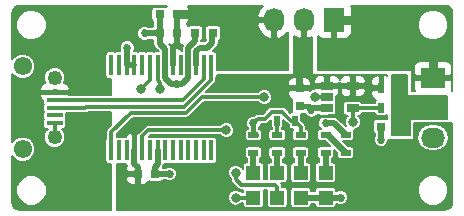
<source format=gtl>
G04 #@! TF.FileFunction,Copper,L1,Top,Signal*
%FSLAX46Y46*%
G04 Gerber Fmt 4.6, Leading zero omitted, Abs format (unit mm)*
G04 Created by KiCad (PCBNEW (2016-07-14 BZR 6980)-product) date Saturday, 16 July 2016 'AMt' 01:25:20*
%MOMM*%
%LPD*%
G01*
G04 APERTURE LIST*
%ADD10C,0.150000*%
%ADD11R,0.800000X0.750000*%
%ADD12R,0.750000X0.800000*%
%ADD13R,1.198880X1.198880*%
%ADD14R,1.727200X2.032000*%
%ADD15O,1.727200X2.032000*%
%ADD16R,1.350000X0.400000*%
%ADD17C,1.250000*%
%ADD18C,1.550000*%
%ADD19R,0.900000X0.500000*%
%ADD20R,0.500000X0.900000*%
%ADD21R,0.450000X1.750000*%
%ADD22R,1.060000X0.650000*%
%ADD23R,2.032000X1.727200*%
%ADD24O,2.032000X1.727200*%
%ADD25C,0.685800*%
%ADD26C,0.800000*%
%ADD27C,0.500000*%
%ADD28C,0.300000*%
%ADD29C,0.400000*%
%ADD30C,0.800000*%
%ADD31C,0.250000*%
%ADD32C,0.180000*%
%ADD33C,0.160000*%
G04 APERTURE END LIST*
D10*
D11*
X165350000Y-82700000D03*
X163850000Y-82700000D03*
X162350000Y-82700000D03*
X160850000Y-82700000D03*
D12*
X172700000Y-87350000D03*
X172700000Y-88850000D03*
D11*
X181100000Y-90600000D03*
X179600000Y-90600000D03*
D13*
X168800000Y-94500000D03*
X168800000Y-96598040D03*
X170800000Y-94500000D03*
X170800000Y-96598040D03*
X172800000Y-94500000D03*
X172800000Y-96598040D03*
D14*
X175640000Y-81600000D03*
D15*
X173100000Y-81600000D03*
X170560000Y-81600000D03*
D16*
X151962540Y-87699100D03*
X151962540Y-88349100D03*
X151962540Y-88999100D03*
X151962540Y-89649100D03*
X151962540Y-90299100D03*
D17*
X151962540Y-86499100D03*
X151962540Y-91499100D03*
D18*
X149262540Y-85499100D03*
X149262540Y-92499100D03*
D19*
X168800000Y-91300000D03*
X168800000Y-92800000D03*
X170800000Y-91300000D03*
X170800000Y-92800000D03*
X172800000Y-91300000D03*
X172800000Y-92800000D03*
X174900000Y-91300000D03*
X174900000Y-92800000D03*
D20*
X181100000Y-89000000D03*
X179600000Y-89000000D03*
X179600000Y-87300000D03*
X181100000Y-87300000D03*
D21*
X156775000Y-92600000D03*
X157425000Y-92600000D03*
X158075000Y-92600000D03*
X158725000Y-92600000D03*
X159375000Y-92600000D03*
X160025000Y-92600000D03*
X160675000Y-92600000D03*
X161325000Y-92600000D03*
X161975000Y-92600000D03*
X162625000Y-92600000D03*
X163275000Y-92600000D03*
X163925000Y-92600000D03*
X164575000Y-92600000D03*
X165225000Y-92600000D03*
X165225000Y-85400000D03*
X164575000Y-85400000D03*
X163925000Y-85400000D03*
X163275000Y-85400000D03*
X162625000Y-85400000D03*
X161975000Y-85400000D03*
X161325000Y-85400000D03*
X160675000Y-85400000D03*
X160025000Y-85400000D03*
X159375000Y-85400000D03*
X158725000Y-85400000D03*
X158075000Y-85400000D03*
X157425000Y-85400000D03*
X156775000Y-85400000D03*
D22*
X175000000Y-87150000D03*
X175000000Y-88100000D03*
X175000000Y-89050000D03*
X177200000Y-89050000D03*
X177200000Y-87150000D03*
D23*
X184000000Y-86460000D03*
D24*
X184000000Y-89000000D03*
X184000000Y-91540000D03*
D13*
X174900000Y-94501960D03*
X174900000Y-96600000D03*
D11*
X159000000Y-94600000D03*
X160500000Y-94600000D03*
X162350000Y-81100000D03*
X160850000Y-81100000D03*
D20*
X172300000Y-90100000D03*
X170800000Y-90100000D03*
D19*
X176600000Y-91300000D03*
X176600000Y-92800000D03*
D25*
X173700000Y-89200000D03*
X162300004Y-87000000D03*
X159600000Y-82700000D03*
X161700000Y-94600000D03*
X176200000Y-96600000D03*
X179600000Y-91700000D03*
X158100000Y-83900000D03*
X159600000Y-81100000D03*
X163800000Y-81100000D03*
X168800000Y-85300000D03*
X168800000Y-90300000D03*
D26*
X159300000Y-87400000D03*
X167300000Y-96600000D03*
X167300000Y-94500000D03*
X160900000Y-87400000D03*
D25*
X174900000Y-90299999D03*
X174900000Y-85300000D03*
D26*
X166500002Y-90900000D03*
X177200000Y-90200000D03*
X174000001Y-88100000D03*
X169700000Y-88100000D03*
D27*
X165325000Y-82700000D02*
X165325000Y-83475000D01*
X165325000Y-83475000D02*
X164900000Y-83900000D01*
X164900000Y-83900000D02*
X164250677Y-83900000D01*
X163947598Y-84375049D02*
X163927410Y-84395237D01*
X164250677Y-83900000D02*
X163947598Y-84203079D01*
X163947598Y-84203079D02*
X163947598Y-84375049D01*
X163927410Y-84395237D02*
X163927410Y-85400000D01*
D28*
X165325000Y-82700000D02*
X165325000Y-82826415D01*
D27*
X165350000Y-82700000D02*
X165325000Y-82700000D01*
D28*
X151962540Y-91499100D02*
X151962540Y-90299100D01*
D29*
X173700000Y-89075000D02*
X173700000Y-89200000D01*
X173475000Y-88850000D02*
X173700000Y-89075000D01*
X172700000Y-88850000D02*
X173475000Y-88850000D01*
D27*
X173850000Y-89050000D02*
X173700000Y-89200000D01*
X175000000Y-89050000D02*
X173850000Y-89050000D01*
X163850000Y-82700000D02*
X163850000Y-83378030D01*
X163850000Y-83378030D02*
X163295188Y-83932842D01*
X163275000Y-84125000D02*
X163295188Y-84104812D01*
X163295188Y-84104812D02*
X163295188Y-83932842D01*
X163275000Y-85400000D02*
X163275000Y-84125000D01*
X160850000Y-82700000D02*
X160850000Y-83575000D01*
X160850000Y-83575000D02*
X160875000Y-83600000D01*
X160875000Y-83600000D02*
X160900000Y-83600000D01*
X161325000Y-85400000D02*
X161325000Y-84025000D01*
X161325000Y-84025000D02*
X160900000Y-83600000D01*
X160675000Y-92600000D02*
X160675000Y-93800000D01*
X160500000Y-94600000D02*
X160500000Y-93975000D01*
X160500000Y-93975000D02*
X160675000Y-93800000D01*
X163275000Y-85400000D02*
X163275000Y-86509937D01*
X163275000Y-86509937D02*
X162784937Y-87000000D01*
X162784937Y-87000000D02*
X162300004Y-87000000D01*
X161325000Y-86509929D02*
X161815071Y-87000000D01*
X161325000Y-85400000D02*
X161325000Y-86509929D01*
X161815071Y-87000000D02*
X162300004Y-87000000D01*
X159700000Y-82700000D02*
X159600000Y-82700000D01*
X160850000Y-82700000D02*
X159700000Y-82700000D01*
X160850000Y-82700000D02*
X160850000Y-81100000D01*
X160500000Y-94600000D02*
X161700000Y-94600000D01*
X158075000Y-85400000D02*
X158075000Y-83925000D01*
X158075000Y-83925000D02*
X158100000Y-83900000D01*
X158075000Y-85400000D02*
X158725000Y-85400000D01*
X179600000Y-90600000D02*
X179600000Y-91700000D01*
X174900000Y-96600000D02*
X176200000Y-96600000D01*
X172800000Y-96598040D02*
X174898040Y-96598040D01*
X174898040Y-96598040D02*
X174900000Y-96600000D01*
D28*
X172300000Y-90100000D02*
X172000000Y-90100000D01*
X172000000Y-90100000D02*
X171247599Y-89347599D01*
X171247599Y-89347599D02*
X170352401Y-89347599D01*
X170352401Y-89347599D02*
X169742899Y-89957101D01*
X169742899Y-89957101D02*
X169142899Y-89957101D01*
X169142899Y-89957101D02*
X168800000Y-90300000D01*
X172800000Y-91300000D02*
X172800000Y-90600000D01*
X172800000Y-90600000D02*
X172300000Y-90100000D01*
D29*
X169000000Y-91300000D02*
X168800000Y-91300000D01*
X168800000Y-90300000D02*
X168800000Y-91300000D01*
D27*
X162350000Y-82700000D02*
X162350000Y-83575000D01*
X162350000Y-83575000D02*
X161977410Y-83947590D01*
X161977410Y-83947590D02*
X161977410Y-85400000D01*
D30*
X162350000Y-81100000D02*
X163800000Y-81100000D01*
D27*
X159000000Y-94600000D02*
X159000000Y-94000000D01*
X159000000Y-94000000D02*
X158725000Y-93725000D01*
X158725000Y-93725000D02*
X158725000Y-92600000D01*
D29*
X174222599Y-89677401D02*
X173800000Y-90100000D01*
X173800000Y-90100000D02*
X173800000Y-92100000D01*
X173800000Y-92100000D02*
X167800000Y-92100000D01*
X167800000Y-92100000D02*
X163300000Y-96600000D01*
X163300000Y-96600000D02*
X159600000Y-96600000D01*
X159000000Y-96000000D02*
X159000000Y-94600000D01*
X159600000Y-96600000D02*
X159000000Y-96000000D01*
D31*
X175200000Y-89677401D02*
X174222599Y-89677401D01*
D28*
X175522599Y-89677401D02*
X175200000Y-89677401D01*
X175771921Y-89677401D02*
X175522599Y-89677401D01*
X176100000Y-89600000D02*
X176022599Y-89677401D01*
X176022599Y-89677401D02*
X175771921Y-89677401D01*
X176100000Y-88000000D02*
X176100000Y-89600000D01*
X172700000Y-87350000D02*
X173700000Y-87350000D01*
X175000000Y-87150000D02*
X173900000Y-87150000D01*
X173900000Y-87150000D02*
X173700000Y-87350000D01*
X175000000Y-87150000D02*
X175830000Y-87150000D01*
X175830000Y-87150000D02*
X176100000Y-87420000D01*
X176100000Y-87420000D02*
X176100000Y-88000000D01*
X175000000Y-87150000D02*
X177200000Y-87150000D01*
D27*
X178450000Y-87150000D02*
X178600000Y-87300000D01*
X178600000Y-87300000D02*
X179600000Y-87300000D01*
X177200000Y-87150000D02*
X178450000Y-87150000D01*
D28*
X181100000Y-87300000D02*
X181100000Y-89000000D01*
X181100000Y-90600000D02*
X181100000Y-89000000D01*
X181100000Y-89000000D02*
X184000000Y-89000000D01*
D27*
X168800000Y-92800000D02*
X168800000Y-94500000D01*
D28*
X159300000Y-87400000D02*
X160025000Y-86675000D01*
X160025000Y-86675000D02*
X160025000Y-85400000D01*
X168800000Y-96598040D02*
X167301960Y-96598040D01*
X167301960Y-96598040D02*
X167300000Y-96600000D01*
D27*
X170800000Y-92800000D02*
X170800000Y-94500000D01*
D28*
X160675000Y-85400000D02*
X160675000Y-86400000D01*
X160900000Y-86900000D02*
X160675000Y-86675000D01*
X160675000Y-86675000D02*
X160675000Y-86400000D01*
X160900000Y-87400000D02*
X160900000Y-86900000D01*
X167300000Y-95065685D02*
X167300000Y-94500000D01*
X167734314Y-95499999D02*
X167300000Y-95065685D01*
X170601399Y-95499999D02*
X167734314Y-95499999D01*
X170800000Y-95698600D02*
X170601399Y-95499999D01*
X170800000Y-96598040D02*
X170800000Y-95698600D01*
D27*
X172800000Y-92800000D02*
X172800000Y-94500000D01*
D28*
X175640000Y-81600000D02*
X175640000Y-84560000D01*
X175640000Y-84560000D02*
X174900000Y-85300000D01*
D27*
X176600000Y-91300000D02*
X175599999Y-90299999D01*
X175599999Y-90299999D02*
X174900000Y-90299999D01*
D30*
X175640000Y-81600000D02*
X180803600Y-81600000D01*
X180803600Y-81600000D02*
X184000000Y-84796400D01*
X184000000Y-84796400D02*
X184000000Y-86460000D01*
D27*
X174900000Y-92800000D02*
X174900000Y-94501960D01*
D28*
X165934317Y-90900000D02*
X166500002Y-90900000D01*
X159900000Y-90900000D02*
X165934317Y-90900000D01*
X159375000Y-91425000D02*
X159900000Y-90900000D01*
X159375000Y-92600000D02*
X159375000Y-91425000D01*
X177200000Y-90200000D02*
X177200000Y-89050000D01*
X177200000Y-89050000D02*
X179550000Y-89050000D01*
X179550000Y-89050000D02*
X179600000Y-89000000D01*
X169700000Y-88100000D02*
X164400000Y-88100000D01*
X163100000Y-89400000D02*
X158400000Y-89400000D01*
X164400000Y-88100000D02*
X163100000Y-89400000D01*
X158400000Y-89400000D02*
X156775000Y-91025000D01*
X175000000Y-88100000D02*
X174000001Y-88100000D01*
X156775000Y-91025000D02*
X156800000Y-91000000D01*
X156775000Y-92600000D02*
X156775000Y-91025000D01*
X151962540Y-88999100D02*
X154537540Y-88999100D01*
X154537540Y-88999100D02*
X154636651Y-88899989D01*
X154636651Y-88899989D02*
X162957131Y-88899989D01*
X162957131Y-88899989D02*
X165225000Y-86632120D01*
X165225000Y-86632120D02*
X165225000Y-85400000D01*
X153562540Y-88349100D02*
X151962540Y-88349100D01*
X162800900Y-88349100D02*
X164575000Y-86575000D01*
X164575000Y-86575000D02*
X164575000Y-85400000D01*
X153562540Y-88349100D02*
X162800900Y-88349100D01*
X170800000Y-91300000D02*
X170800000Y-90100000D01*
D27*
X174900000Y-91300000D02*
X175100000Y-91300000D01*
X175100000Y-91300000D02*
X176600000Y-92800000D01*
D32*
G36*
X161443040Y-80386260D02*
X161404451Y-80479422D01*
X161363152Y-80451826D01*
X161250000Y-80429319D01*
X160450000Y-80429319D01*
X160336848Y-80451826D01*
X160240922Y-80515922D01*
X160176826Y-80611848D01*
X160154319Y-80725000D01*
X160154319Y-81475000D01*
X160176826Y-81588152D01*
X160240922Y-81684078D01*
X160310000Y-81730235D01*
X160310000Y-82069765D01*
X160240922Y-82115922D01*
X160211470Y-82160000D01*
X159949905Y-82160000D01*
X159726444Y-82067210D01*
X159474661Y-82066991D01*
X159241959Y-82163141D01*
X159063767Y-82341023D01*
X158967210Y-82573556D01*
X158966991Y-82825339D01*
X159063141Y-83058041D01*
X159241023Y-83236233D01*
X159473556Y-83332790D01*
X159725339Y-83333009D01*
X159950439Y-83240000D01*
X160211470Y-83240000D01*
X160240922Y-83284078D01*
X160310000Y-83330235D01*
X160310000Y-83575000D01*
X160351105Y-83781649D01*
X160468162Y-83956838D01*
X160493160Y-83981835D01*
X160493162Y-83981838D01*
X160568503Y-84032179D01*
X160765644Y-84229319D01*
X160450000Y-84229319D01*
X160350000Y-84249210D01*
X160250000Y-84229319D01*
X159800000Y-84229319D01*
X159700000Y-84249210D01*
X159600000Y-84229319D01*
X159150000Y-84229319D01*
X159050000Y-84249210D01*
X158950000Y-84229319D01*
X158648548Y-84229319D01*
X158732790Y-84026444D01*
X158733009Y-83774661D01*
X158636859Y-83541959D01*
X158458977Y-83363767D01*
X158226444Y-83267210D01*
X157974661Y-83266991D01*
X157741959Y-83363141D01*
X157563767Y-83541023D01*
X157467210Y-83773556D01*
X157466991Y-84025339D01*
X157535000Y-84189934D01*
X157535000Y-84229319D01*
X157200000Y-84229319D01*
X157100000Y-84249210D01*
X157000000Y-84229319D01*
X156550000Y-84229319D01*
X156436848Y-84251826D01*
X156340922Y-84315922D01*
X156276826Y-84411848D01*
X156254319Y-84525000D01*
X156254319Y-86275000D01*
X156276826Y-86388152D01*
X156340922Y-86484078D01*
X156436848Y-86548174D01*
X156550000Y-86570681D01*
X156760000Y-86570681D01*
X156760000Y-87909100D01*
X153196040Y-87909100D01*
X153086040Y-87799100D01*
X152126540Y-87799100D01*
X152126540Y-87853419D01*
X151798540Y-87853419D01*
X151798540Y-87799100D01*
X150839040Y-87799100D01*
X150689540Y-87948600D01*
X150689540Y-88018049D01*
X150780580Y-88237840D01*
X150948800Y-88406060D01*
X150991859Y-88423896D01*
X150991859Y-88549100D01*
X151014366Y-88662252D01*
X151022283Y-88674100D01*
X151014366Y-88685948D01*
X150991859Y-88799100D01*
X150991859Y-89199100D01*
X151014366Y-89312252D01*
X151022283Y-89324100D01*
X151014366Y-89335948D01*
X150991859Y-89449100D01*
X150991859Y-89849100D01*
X151014366Y-89962252D01*
X151022283Y-89974100D01*
X151014366Y-89985948D01*
X150991859Y-90099100D01*
X150991859Y-90499100D01*
X151014366Y-90612252D01*
X151078462Y-90708178D01*
X151174388Y-90772274D01*
X151287540Y-90794781D01*
X151372953Y-90794781D01*
X151187293Y-90980117D01*
X151047699Y-91316297D01*
X151047381Y-91680306D01*
X151186388Y-92016729D01*
X151443557Y-92274347D01*
X151779737Y-92413941D01*
X152143746Y-92414259D01*
X152480169Y-92275252D01*
X152737787Y-92018083D01*
X152877381Y-91681903D01*
X152877699Y-91317894D01*
X152738692Y-90981471D01*
X152552327Y-90794781D01*
X152637540Y-90794781D01*
X152750692Y-90772274D01*
X152846618Y-90708178D01*
X152910714Y-90612252D01*
X152933221Y-90499100D01*
X152933221Y-90099100D01*
X152910714Y-89985948D01*
X152902797Y-89974100D01*
X152910714Y-89962252D01*
X152933221Y-89849100D01*
X152933221Y-89449100D01*
X152931232Y-89439100D01*
X154537540Y-89439100D01*
X154705921Y-89405607D01*
X154804125Y-89339989D01*
X156760000Y-89339989D01*
X156760000Y-90417746D01*
X156463873Y-90713873D01*
X156368493Y-90856619D01*
X156335000Y-91025000D01*
X156335000Y-91524785D01*
X156276826Y-91611848D01*
X156254319Y-91725000D01*
X156254319Y-93475000D01*
X156276826Y-93588152D01*
X156340922Y-93684078D01*
X156436848Y-93748174D01*
X156550000Y-93770681D01*
X156760000Y-93770681D01*
X156760000Y-97635000D01*
X149035950Y-97635000D01*
X148759733Y-97580057D01*
X148556043Y-97443957D01*
X148419943Y-97240269D01*
X148365000Y-96964049D01*
X148365000Y-96255471D01*
X148709776Y-96255471D01*
X148905753Y-96729772D01*
X149268319Y-97092971D01*
X149742277Y-97289776D01*
X150255471Y-97290224D01*
X150729772Y-97094247D01*
X151092971Y-96731681D01*
X151289776Y-96257723D01*
X151290224Y-95744529D01*
X151094247Y-95270228D01*
X150731681Y-94907029D01*
X150257723Y-94710224D01*
X149744529Y-94709776D01*
X149270228Y-94905753D01*
X148907029Y-95268319D01*
X148710224Y-95742277D01*
X148709776Y-96255471D01*
X148365000Y-96255471D01*
X148365000Y-93107446D01*
X148658478Y-93401437D01*
X149049769Y-93563915D01*
X149473452Y-93564285D01*
X149865026Y-93402490D01*
X150164877Y-93103162D01*
X150327355Y-92711871D01*
X150327725Y-92288188D01*
X150165930Y-91896614D01*
X149866602Y-91596763D01*
X149475311Y-91434285D01*
X149051628Y-91433915D01*
X148660054Y-91595710D01*
X148365000Y-91890249D01*
X148365000Y-87380151D01*
X150689540Y-87380151D01*
X150689540Y-87449600D01*
X150839040Y-87599100D01*
X151798540Y-87599100D01*
X151798540Y-87515100D01*
X152126540Y-87515100D01*
X152126540Y-87599100D01*
X153086040Y-87599100D01*
X153235540Y-87449600D01*
X153235540Y-87380151D01*
X153144500Y-87160360D01*
X152976280Y-86992140D01*
X152781979Y-86911658D01*
X152877381Y-86681903D01*
X152877699Y-86317894D01*
X152738692Y-85981471D01*
X152481523Y-85723853D01*
X152145343Y-85584259D01*
X151781334Y-85583941D01*
X151444911Y-85722948D01*
X151187293Y-85980117D01*
X151047699Y-86316297D01*
X151047381Y-86680306D01*
X151142992Y-86911703D01*
X150948800Y-86992140D01*
X150780580Y-87160360D01*
X150689540Y-87380151D01*
X148365000Y-87380151D01*
X148365000Y-86107446D01*
X148658478Y-86401437D01*
X149049769Y-86563915D01*
X149473452Y-86564285D01*
X149865026Y-86402490D01*
X150164877Y-86103162D01*
X150327355Y-85711871D01*
X150327725Y-85288188D01*
X150165930Y-84896614D01*
X149866602Y-84596763D01*
X149475311Y-84434285D01*
X149051628Y-84433915D01*
X148660054Y-84595710D01*
X148365000Y-84890249D01*
X148365000Y-82255471D01*
X148709776Y-82255471D01*
X148905753Y-82729772D01*
X149268319Y-83092971D01*
X149742277Y-83289776D01*
X150255471Y-83290224D01*
X150729772Y-83094247D01*
X151092971Y-82731681D01*
X151289776Y-82257723D01*
X151290224Y-81744529D01*
X151094247Y-81270228D01*
X150731681Y-80907029D01*
X150257723Y-80710224D01*
X149744529Y-80709776D01*
X149270228Y-80905753D01*
X148907029Y-81268319D01*
X148710224Y-81742277D01*
X148709776Y-82255471D01*
X148365000Y-82255471D01*
X148365000Y-81035951D01*
X148419943Y-80759731D01*
X148556043Y-80556043D01*
X148759733Y-80419943D01*
X149035950Y-80365000D01*
X161464300Y-80365000D01*
X161443040Y-80386260D01*
X161443040Y-80386260D01*
G37*
X161443040Y-80386260D02*
X161404451Y-80479422D01*
X161363152Y-80451826D01*
X161250000Y-80429319D01*
X160450000Y-80429319D01*
X160336848Y-80451826D01*
X160240922Y-80515922D01*
X160176826Y-80611848D01*
X160154319Y-80725000D01*
X160154319Y-81475000D01*
X160176826Y-81588152D01*
X160240922Y-81684078D01*
X160310000Y-81730235D01*
X160310000Y-82069765D01*
X160240922Y-82115922D01*
X160211470Y-82160000D01*
X159949905Y-82160000D01*
X159726444Y-82067210D01*
X159474661Y-82066991D01*
X159241959Y-82163141D01*
X159063767Y-82341023D01*
X158967210Y-82573556D01*
X158966991Y-82825339D01*
X159063141Y-83058041D01*
X159241023Y-83236233D01*
X159473556Y-83332790D01*
X159725339Y-83333009D01*
X159950439Y-83240000D01*
X160211470Y-83240000D01*
X160240922Y-83284078D01*
X160310000Y-83330235D01*
X160310000Y-83575000D01*
X160351105Y-83781649D01*
X160468162Y-83956838D01*
X160493160Y-83981835D01*
X160493162Y-83981838D01*
X160568503Y-84032179D01*
X160765644Y-84229319D01*
X160450000Y-84229319D01*
X160350000Y-84249210D01*
X160250000Y-84229319D01*
X159800000Y-84229319D01*
X159700000Y-84249210D01*
X159600000Y-84229319D01*
X159150000Y-84229319D01*
X159050000Y-84249210D01*
X158950000Y-84229319D01*
X158648548Y-84229319D01*
X158732790Y-84026444D01*
X158733009Y-83774661D01*
X158636859Y-83541959D01*
X158458977Y-83363767D01*
X158226444Y-83267210D01*
X157974661Y-83266991D01*
X157741959Y-83363141D01*
X157563767Y-83541023D01*
X157467210Y-83773556D01*
X157466991Y-84025339D01*
X157535000Y-84189934D01*
X157535000Y-84229319D01*
X157200000Y-84229319D01*
X157100000Y-84249210D01*
X157000000Y-84229319D01*
X156550000Y-84229319D01*
X156436848Y-84251826D01*
X156340922Y-84315922D01*
X156276826Y-84411848D01*
X156254319Y-84525000D01*
X156254319Y-86275000D01*
X156276826Y-86388152D01*
X156340922Y-86484078D01*
X156436848Y-86548174D01*
X156550000Y-86570681D01*
X156760000Y-86570681D01*
X156760000Y-87909100D01*
X153196040Y-87909100D01*
X153086040Y-87799100D01*
X152126540Y-87799100D01*
X152126540Y-87853419D01*
X151798540Y-87853419D01*
X151798540Y-87799100D01*
X150839040Y-87799100D01*
X150689540Y-87948600D01*
X150689540Y-88018049D01*
X150780580Y-88237840D01*
X150948800Y-88406060D01*
X150991859Y-88423896D01*
X150991859Y-88549100D01*
X151014366Y-88662252D01*
X151022283Y-88674100D01*
X151014366Y-88685948D01*
X150991859Y-88799100D01*
X150991859Y-89199100D01*
X151014366Y-89312252D01*
X151022283Y-89324100D01*
X151014366Y-89335948D01*
X150991859Y-89449100D01*
X150991859Y-89849100D01*
X151014366Y-89962252D01*
X151022283Y-89974100D01*
X151014366Y-89985948D01*
X150991859Y-90099100D01*
X150991859Y-90499100D01*
X151014366Y-90612252D01*
X151078462Y-90708178D01*
X151174388Y-90772274D01*
X151287540Y-90794781D01*
X151372953Y-90794781D01*
X151187293Y-90980117D01*
X151047699Y-91316297D01*
X151047381Y-91680306D01*
X151186388Y-92016729D01*
X151443557Y-92274347D01*
X151779737Y-92413941D01*
X152143746Y-92414259D01*
X152480169Y-92275252D01*
X152737787Y-92018083D01*
X152877381Y-91681903D01*
X152877699Y-91317894D01*
X152738692Y-90981471D01*
X152552327Y-90794781D01*
X152637540Y-90794781D01*
X152750692Y-90772274D01*
X152846618Y-90708178D01*
X152910714Y-90612252D01*
X152933221Y-90499100D01*
X152933221Y-90099100D01*
X152910714Y-89985948D01*
X152902797Y-89974100D01*
X152910714Y-89962252D01*
X152933221Y-89849100D01*
X152933221Y-89449100D01*
X152931232Y-89439100D01*
X154537540Y-89439100D01*
X154705921Y-89405607D01*
X154804125Y-89339989D01*
X156760000Y-89339989D01*
X156760000Y-90417746D01*
X156463873Y-90713873D01*
X156368493Y-90856619D01*
X156335000Y-91025000D01*
X156335000Y-91524785D01*
X156276826Y-91611848D01*
X156254319Y-91725000D01*
X156254319Y-93475000D01*
X156276826Y-93588152D01*
X156340922Y-93684078D01*
X156436848Y-93748174D01*
X156550000Y-93770681D01*
X156760000Y-93770681D01*
X156760000Y-97635000D01*
X149035950Y-97635000D01*
X148759733Y-97580057D01*
X148556043Y-97443957D01*
X148419943Y-97240269D01*
X148365000Y-96964049D01*
X148365000Y-96255471D01*
X148709776Y-96255471D01*
X148905753Y-96729772D01*
X149268319Y-97092971D01*
X149742277Y-97289776D01*
X150255471Y-97290224D01*
X150729772Y-97094247D01*
X151092971Y-96731681D01*
X151289776Y-96257723D01*
X151290224Y-95744529D01*
X151094247Y-95270228D01*
X150731681Y-94907029D01*
X150257723Y-94710224D01*
X149744529Y-94709776D01*
X149270228Y-94905753D01*
X148907029Y-95268319D01*
X148710224Y-95742277D01*
X148709776Y-96255471D01*
X148365000Y-96255471D01*
X148365000Y-93107446D01*
X148658478Y-93401437D01*
X149049769Y-93563915D01*
X149473452Y-93564285D01*
X149865026Y-93402490D01*
X150164877Y-93103162D01*
X150327355Y-92711871D01*
X150327725Y-92288188D01*
X150165930Y-91896614D01*
X149866602Y-91596763D01*
X149475311Y-91434285D01*
X149051628Y-91433915D01*
X148660054Y-91595710D01*
X148365000Y-91890249D01*
X148365000Y-87380151D01*
X150689540Y-87380151D01*
X150689540Y-87449600D01*
X150839040Y-87599100D01*
X151798540Y-87599100D01*
X151798540Y-87515100D01*
X152126540Y-87515100D01*
X152126540Y-87599100D01*
X153086040Y-87599100D01*
X153235540Y-87449600D01*
X153235540Y-87380151D01*
X153144500Y-87160360D01*
X152976280Y-86992140D01*
X152781979Y-86911658D01*
X152877381Y-86681903D01*
X152877699Y-86317894D01*
X152738692Y-85981471D01*
X152481523Y-85723853D01*
X152145343Y-85584259D01*
X151781334Y-85583941D01*
X151444911Y-85722948D01*
X151187293Y-85980117D01*
X151047699Y-86316297D01*
X151047381Y-86680306D01*
X151142992Y-86911703D01*
X150948800Y-86992140D01*
X150780580Y-87160360D01*
X150689540Y-87380151D01*
X148365000Y-87380151D01*
X148365000Y-86107446D01*
X148658478Y-86401437D01*
X149049769Y-86563915D01*
X149473452Y-86564285D01*
X149865026Y-86402490D01*
X150164877Y-86103162D01*
X150327355Y-85711871D01*
X150327725Y-85288188D01*
X150165930Y-84896614D01*
X149866602Y-84596763D01*
X149475311Y-84434285D01*
X149051628Y-84433915D01*
X148660054Y-84595710D01*
X148365000Y-84890249D01*
X148365000Y-82255471D01*
X148709776Y-82255471D01*
X148905753Y-82729772D01*
X149268319Y-83092971D01*
X149742277Y-83289776D01*
X150255471Y-83290224D01*
X150729772Y-83094247D01*
X151092971Y-82731681D01*
X151289776Y-82257723D01*
X151290224Y-81744529D01*
X151094247Y-81270228D01*
X150731681Y-80907029D01*
X150257723Y-80710224D01*
X149744529Y-80709776D01*
X149270228Y-80905753D01*
X148907029Y-81268319D01*
X148710224Y-81742277D01*
X148709776Y-82255471D01*
X148365000Y-82255471D01*
X148365000Y-81035951D01*
X148419943Y-80759731D01*
X148556043Y-80556043D01*
X148759733Y-80419943D01*
X149035950Y-80365000D01*
X161464300Y-80365000D01*
X161443040Y-80386260D01*
G36*
X169320396Y-80674365D02*
X169118851Y-81207600D01*
X169248550Y-81436000D01*
X170396000Y-81436000D01*
X170396000Y-81416000D01*
X170724000Y-81416000D01*
X170724000Y-81436000D01*
X170744000Y-81436000D01*
X170744000Y-81764000D01*
X170724000Y-81764000D01*
X170724000Y-83054210D01*
X170949182Y-83161234D01*
X171409341Y-82941152D01*
X171760000Y-82567802D01*
X171760000Y-85760000D01*
X165745681Y-85760000D01*
X165745681Y-84525000D01*
X165723174Y-84411848D01*
X165659078Y-84315922D01*
X165563152Y-84251826D01*
X165450000Y-84229319D01*
X165334357Y-84229319D01*
X165706835Y-83856840D01*
X165706838Y-83856838D01*
X165823895Y-83681649D01*
X165827589Y-83663079D01*
X165865001Y-83475000D01*
X165865000Y-83474995D01*
X165865000Y-83346939D01*
X165959078Y-83284078D01*
X166023174Y-83188152D01*
X166045681Y-83075000D01*
X166045681Y-82325000D01*
X166023174Y-82211848D01*
X165959078Y-82115922D01*
X165863152Y-82051826D01*
X165750000Y-82029319D01*
X164950000Y-82029319D01*
X164836848Y-82051826D01*
X164740922Y-82115922D01*
X164676826Y-82211848D01*
X164654319Y-82325000D01*
X164654319Y-83075000D01*
X164676826Y-83188152D01*
X164740922Y-83284078D01*
X164747711Y-83288614D01*
X164676324Y-83360000D01*
X164390000Y-83360000D01*
X164390000Y-83330235D01*
X164459078Y-83284078D01*
X164523174Y-83188152D01*
X164545681Y-83075000D01*
X164545681Y-82325000D01*
X164523174Y-82211848D01*
X164459078Y-82115922D01*
X164363152Y-82051826D01*
X164250000Y-82029319D01*
X163450000Y-82029319D01*
X163336848Y-82051826D01*
X163295549Y-82079422D01*
X163259504Y-81992400D01*
X169118851Y-81992400D01*
X169320396Y-82525635D01*
X169710659Y-82941152D01*
X170170818Y-83161234D01*
X170396000Y-83054210D01*
X170396000Y-81764000D01*
X169248550Y-81764000D01*
X169118851Y-81992400D01*
X163259504Y-81992400D01*
X163256960Y-81986260D01*
X163170700Y-81900000D01*
X163256960Y-81813740D01*
X163348000Y-81593949D01*
X163348000Y-81413500D01*
X163198500Y-81264000D01*
X162514000Y-81264000D01*
X162514000Y-82536000D01*
X162534000Y-82536000D01*
X162534000Y-82864000D01*
X162514000Y-82864000D01*
X162514000Y-83523500D01*
X162663500Y-83673000D01*
X162831835Y-83673000D01*
X162796293Y-83726193D01*
X162755188Y-83932842D01*
X162755188Y-84023508D01*
X162735000Y-84125000D01*
X162735000Y-84229319D01*
X162724796Y-84229319D01*
X162706960Y-84186260D01*
X162538740Y-84018040D01*
X162318949Y-83927000D01*
X162237000Y-83927000D01*
X162087500Y-84076500D01*
X162087500Y-85236000D01*
X162104319Y-85236000D01*
X162104319Y-85564000D01*
X162087500Y-85564000D01*
X162087500Y-85584000D01*
X161865000Y-85584000D01*
X161865000Y-84025005D01*
X161865001Y-84025000D01*
X161823895Y-83818351D01*
X161816076Y-83806649D01*
X161706838Y-83643162D01*
X161706835Y-83643160D01*
X161669942Y-83606267D01*
X161831050Y-83673000D01*
X162036500Y-83673000D01*
X162186000Y-83523500D01*
X162186000Y-82864000D01*
X162166000Y-82864000D01*
X162166000Y-82536000D01*
X162186000Y-82536000D01*
X162186000Y-81264000D01*
X162166000Y-81264000D01*
X162166000Y-80936000D01*
X162186000Y-80936000D01*
X162186000Y-80916000D01*
X162514000Y-80916000D01*
X162514000Y-80936000D01*
X163198500Y-80936000D01*
X163348000Y-80786500D01*
X163348000Y-80606051D01*
X163256960Y-80386260D01*
X163235700Y-80365000D01*
X169610959Y-80365000D01*
X169320396Y-80674365D01*
X169320396Y-80674365D01*
G37*
X169320396Y-80674365D02*
X169118851Y-81207600D01*
X169248550Y-81436000D01*
X170396000Y-81436000D01*
X170396000Y-81416000D01*
X170724000Y-81416000D01*
X170724000Y-81436000D01*
X170744000Y-81436000D01*
X170744000Y-81764000D01*
X170724000Y-81764000D01*
X170724000Y-83054210D01*
X170949182Y-83161234D01*
X171409341Y-82941152D01*
X171760000Y-82567802D01*
X171760000Y-85760000D01*
X165745681Y-85760000D01*
X165745681Y-84525000D01*
X165723174Y-84411848D01*
X165659078Y-84315922D01*
X165563152Y-84251826D01*
X165450000Y-84229319D01*
X165334357Y-84229319D01*
X165706835Y-83856840D01*
X165706838Y-83856838D01*
X165823895Y-83681649D01*
X165827589Y-83663079D01*
X165865001Y-83475000D01*
X165865000Y-83474995D01*
X165865000Y-83346939D01*
X165959078Y-83284078D01*
X166023174Y-83188152D01*
X166045681Y-83075000D01*
X166045681Y-82325000D01*
X166023174Y-82211848D01*
X165959078Y-82115922D01*
X165863152Y-82051826D01*
X165750000Y-82029319D01*
X164950000Y-82029319D01*
X164836848Y-82051826D01*
X164740922Y-82115922D01*
X164676826Y-82211848D01*
X164654319Y-82325000D01*
X164654319Y-83075000D01*
X164676826Y-83188152D01*
X164740922Y-83284078D01*
X164747711Y-83288614D01*
X164676324Y-83360000D01*
X164390000Y-83360000D01*
X164390000Y-83330235D01*
X164459078Y-83284078D01*
X164523174Y-83188152D01*
X164545681Y-83075000D01*
X164545681Y-82325000D01*
X164523174Y-82211848D01*
X164459078Y-82115922D01*
X164363152Y-82051826D01*
X164250000Y-82029319D01*
X163450000Y-82029319D01*
X163336848Y-82051826D01*
X163295549Y-82079422D01*
X163259504Y-81992400D01*
X169118851Y-81992400D01*
X169320396Y-82525635D01*
X169710659Y-82941152D01*
X170170818Y-83161234D01*
X170396000Y-83054210D01*
X170396000Y-81764000D01*
X169248550Y-81764000D01*
X169118851Y-81992400D01*
X163259504Y-81992400D01*
X163256960Y-81986260D01*
X163170700Y-81900000D01*
X163256960Y-81813740D01*
X163348000Y-81593949D01*
X163348000Y-81413500D01*
X163198500Y-81264000D01*
X162514000Y-81264000D01*
X162514000Y-82536000D01*
X162534000Y-82536000D01*
X162534000Y-82864000D01*
X162514000Y-82864000D01*
X162514000Y-83523500D01*
X162663500Y-83673000D01*
X162831835Y-83673000D01*
X162796293Y-83726193D01*
X162755188Y-83932842D01*
X162755188Y-84023508D01*
X162735000Y-84125000D01*
X162735000Y-84229319D01*
X162724796Y-84229319D01*
X162706960Y-84186260D01*
X162538740Y-84018040D01*
X162318949Y-83927000D01*
X162237000Y-83927000D01*
X162087500Y-84076500D01*
X162087500Y-85236000D01*
X162104319Y-85236000D01*
X162104319Y-85564000D01*
X162087500Y-85564000D01*
X162087500Y-85584000D01*
X161865000Y-85584000D01*
X161865000Y-84025005D01*
X161865001Y-84025000D01*
X161823895Y-83818351D01*
X161816076Y-83806649D01*
X161706838Y-83643162D01*
X161706835Y-83643160D01*
X161669942Y-83606267D01*
X161831050Y-83673000D01*
X162036500Y-83673000D01*
X162186000Y-83523500D01*
X162186000Y-82864000D01*
X162166000Y-82864000D01*
X162166000Y-82536000D01*
X162186000Y-82536000D01*
X162186000Y-81264000D01*
X162166000Y-81264000D01*
X162166000Y-80936000D01*
X162186000Y-80936000D01*
X162186000Y-80916000D01*
X162514000Y-80916000D01*
X162514000Y-80936000D01*
X163198500Y-80936000D01*
X163348000Y-80786500D01*
X163348000Y-80606051D01*
X163256960Y-80386260D01*
X163235700Y-80365000D01*
X169610959Y-80365000D01*
X169320396Y-80674365D01*
G36*
X185240269Y-80419943D02*
X185443957Y-80556043D01*
X185580057Y-80759733D01*
X185635000Y-81035950D01*
X185635000Y-87560000D01*
X185565350Y-87560000D01*
X185614000Y-87442549D01*
X185614000Y-86773500D01*
X185464500Y-86624000D01*
X184164000Y-86624000D01*
X184164000Y-86644000D01*
X183836000Y-86644000D01*
X183836000Y-86624000D01*
X182535500Y-86624000D01*
X182386000Y-86773500D01*
X182386000Y-87442549D01*
X182434650Y-87560000D01*
X182240000Y-87560000D01*
X182240000Y-85850000D01*
X182233149Y-85815558D01*
X182213640Y-85786360D01*
X182184442Y-85766851D01*
X182150000Y-85760000D01*
X174240000Y-85760000D01*
X174240000Y-85477451D01*
X182386000Y-85477451D01*
X182386000Y-86146500D01*
X182535500Y-86296000D01*
X183836000Y-86296000D01*
X183836000Y-85147900D01*
X184164000Y-85147900D01*
X184164000Y-86296000D01*
X185464500Y-86296000D01*
X185614000Y-86146500D01*
X185614000Y-85477451D01*
X185522960Y-85257660D01*
X185354740Y-85089440D01*
X185134950Y-84998400D01*
X184313500Y-84998400D01*
X184164000Y-85147900D01*
X183836000Y-85147900D01*
X183686500Y-84998400D01*
X182865050Y-84998400D01*
X182645260Y-85089440D01*
X182477040Y-85257660D01*
X182386000Y-85477451D01*
X174240000Y-85477451D01*
X174240000Y-82883666D01*
X174269440Y-82954740D01*
X174437660Y-83122960D01*
X174657451Y-83214000D01*
X175326500Y-83214000D01*
X175476000Y-83064500D01*
X175476000Y-81764000D01*
X175804000Y-81764000D01*
X175804000Y-83064500D01*
X175953500Y-83214000D01*
X176622549Y-83214000D01*
X176842340Y-83122960D01*
X177010560Y-82954740D01*
X177101600Y-82734950D01*
X177101600Y-82255471D01*
X182709776Y-82255471D01*
X182905753Y-82729772D01*
X183268319Y-83092971D01*
X183742277Y-83289776D01*
X184255471Y-83290224D01*
X184729772Y-83094247D01*
X185092971Y-82731681D01*
X185289776Y-82257723D01*
X185290224Y-81744529D01*
X185094247Y-81270228D01*
X184731681Y-80907029D01*
X184257723Y-80710224D01*
X183744529Y-80709776D01*
X183270228Y-80905753D01*
X182907029Y-81268319D01*
X182710224Y-81742277D01*
X182709776Y-82255471D01*
X177101600Y-82255471D01*
X177101600Y-81913500D01*
X176952100Y-81764000D01*
X175804000Y-81764000D01*
X175476000Y-81764000D01*
X175456000Y-81764000D01*
X175456000Y-81436000D01*
X175476000Y-81436000D01*
X175476000Y-81416000D01*
X175804000Y-81416000D01*
X175804000Y-81436000D01*
X176952100Y-81436000D01*
X177101600Y-81286500D01*
X177101600Y-80465050D01*
X177060158Y-80365000D01*
X184964049Y-80365000D01*
X185240269Y-80419943D01*
X185240269Y-80419943D01*
G37*
X185240269Y-80419943D02*
X185443957Y-80556043D01*
X185580057Y-80759733D01*
X185635000Y-81035950D01*
X185635000Y-87560000D01*
X185565350Y-87560000D01*
X185614000Y-87442549D01*
X185614000Y-86773500D01*
X185464500Y-86624000D01*
X184164000Y-86624000D01*
X184164000Y-86644000D01*
X183836000Y-86644000D01*
X183836000Y-86624000D01*
X182535500Y-86624000D01*
X182386000Y-86773500D01*
X182386000Y-87442549D01*
X182434650Y-87560000D01*
X182240000Y-87560000D01*
X182240000Y-85850000D01*
X182233149Y-85815558D01*
X182213640Y-85786360D01*
X182184442Y-85766851D01*
X182150000Y-85760000D01*
X174240000Y-85760000D01*
X174240000Y-85477451D01*
X182386000Y-85477451D01*
X182386000Y-86146500D01*
X182535500Y-86296000D01*
X183836000Y-86296000D01*
X183836000Y-85147900D01*
X184164000Y-85147900D01*
X184164000Y-86296000D01*
X185464500Y-86296000D01*
X185614000Y-86146500D01*
X185614000Y-85477451D01*
X185522960Y-85257660D01*
X185354740Y-85089440D01*
X185134950Y-84998400D01*
X184313500Y-84998400D01*
X184164000Y-85147900D01*
X183836000Y-85147900D01*
X183686500Y-84998400D01*
X182865050Y-84998400D01*
X182645260Y-85089440D01*
X182477040Y-85257660D01*
X182386000Y-85477451D01*
X174240000Y-85477451D01*
X174240000Y-82883666D01*
X174269440Y-82954740D01*
X174437660Y-83122960D01*
X174657451Y-83214000D01*
X175326500Y-83214000D01*
X175476000Y-83064500D01*
X175476000Y-81764000D01*
X175804000Y-81764000D01*
X175804000Y-83064500D01*
X175953500Y-83214000D01*
X176622549Y-83214000D01*
X176842340Y-83122960D01*
X177010560Y-82954740D01*
X177101600Y-82734950D01*
X177101600Y-82255471D01*
X182709776Y-82255471D01*
X182905753Y-82729772D01*
X183268319Y-83092971D01*
X183742277Y-83289776D01*
X184255471Y-83290224D01*
X184729772Y-83094247D01*
X185092971Y-82731681D01*
X185289776Y-82257723D01*
X185290224Y-81744529D01*
X185094247Y-81270228D01*
X184731681Y-80907029D01*
X184257723Y-80710224D01*
X183744529Y-80709776D01*
X183270228Y-80905753D01*
X182907029Y-81268319D01*
X182710224Y-81742277D01*
X182709776Y-82255471D01*
X177101600Y-82255471D01*
X177101600Y-81913500D01*
X176952100Y-81764000D01*
X175804000Y-81764000D01*
X175476000Y-81764000D01*
X175456000Y-81764000D01*
X175456000Y-81436000D01*
X175476000Y-81436000D01*
X175476000Y-81416000D01*
X175804000Y-81416000D01*
X175804000Y-81436000D01*
X176952100Y-81436000D01*
X177101600Y-81286500D01*
X177101600Y-80465050D01*
X177060158Y-80365000D01*
X184964049Y-80365000D01*
X185240269Y-80419943D01*
D33*
G36*
X173274000Y-81426000D02*
X173294000Y-81426000D01*
X173294000Y-81774000D01*
X173274000Y-81774000D01*
X173274000Y-83045344D01*
X173497301Y-83148572D01*
X173770000Y-83017639D01*
X173770000Y-86150000D01*
X173776090Y-86180615D01*
X173793431Y-86206569D01*
X173819385Y-86223910D01*
X173850000Y-86230000D01*
X180070000Y-86230000D01*
X180070000Y-86304680D01*
X179966961Y-86262000D01*
X179872000Y-86262000D01*
X179725000Y-86409000D01*
X179725000Y-87126000D01*
X179794000Y-87126000D01*
X179794000Y-87474000D01*
X179725000Y-87474000D01*
X179725000Y-87494000D01*
X179475000Y-87494000D01*
X179475000Y-87474000D01*
X178909000Y-87474000D01*
X178762000Y-87621000D01*
X178762000Y-87866960D01*
X178851517Y-88083075D01*
X179016924Y-88248482D01*
X179189985Y-88320166D01*
X179148132Y-88348132D01*
X179086246Y-88440750D01*
X179064515Y-88550000D01*
X179064515Y-88620000D01*
X177994599Y-88620000D01*
X177993754Y-88615750D01*
X177931868Y-88523132D01*
X177839250Y-88461246D01*
X177730000Y-88439515D01*
X176670000Y-88439515D01*
X176560750Y-88461246D01*
X176468132Y-88523132D01*
X176406246Y-88615750D01*
X176384515Y-88725000D01*
X176384515Y-89375000D01*
X176406246Y-89484250D01*
X176468132Y-89576868D01*
X176560750Y-89638754D01*
X176670000Y-89660485D01*
X176770000Y-89660485D01*
X176770000Y-89668423D01*
X176623860Y-89814308D01*
X176520118Y-90064146D01*
X176519882Y-90334667D01*
X176615420Y-90565886D01*
X175974766Y-89925232D01*
X175802821Y-89810343D01*
X175599999Y-89769998D01*
X175599994Y-89769999D01*
X175247913Y-89769999D01*
X175024446Y-89677208D01*
X174776641Y-89676991D01*
X174547617Y-89771622D01*
X174372239Y-89946694D01*
X174277209Y-90175553D01*
X174276992Y-90423358D01*
X174371623Y-90652382D01*
X174483560Y-90764515D01*
X174450000Y-90764515D01*
X174340750Y-90786246D01*
X174248132Y-90848132D01*
X174186246Y-90940750D01*
X174164515Y-91050000D01*
X174164515Y-91550000D01*
X174186246Y-91659250D01*
X174248132Y-91751868D01*
X174340750Y-91813754D01*
X174450000Y-91835485D01*
X174885951Y-91835485D01*
X175314981Y-92264515D01*
X174450000Y-92264515D01*
X174340750Y-92286246D01*
X174248132Y-92348132D01*
X174186246Y-92440750D01*
X174164515Y-92550000D01*
X174164515Y-93050000D01*
X174186246Y-93159250D01*
X174248132Y-93251868D01*
X174340750Y-93313754D01*
X174370000Y-93319572D01*
X174370000Y-93617035D01*
X174300560Y-93617035D01*
X174191310Y-93638766D01*
X174098692Y-93700652D01*
X174036806Y-93793270D01*
X174015075Y-93902520D01*
X174015075Y-95101400D01*
X174036806Y-95210650D01*
X174098692Y-95303268D01*
X174191310Y-95365154D01*
X174300560Y-95386885D01*
X175499440Y-95386885D01*
X175608690Y-95365154D01*
X175701308Y-95303268D01*
X175763194Y-95210650D01*
X175784925Y-95101400D01*
X175784925Y-93902520D01*
X175763194Y-93793270D01*
X175701308Y-93700652D01*
X175608690Y-93638766D01*
X175499440Y-93617035D01*
X175430000Y-93617035D01*
X175430000Y-93319572D01*
X175459250Y-93313754D01*
X175551868Y-93251868D01*
X175613754Y-93159250D01*
X175635485Y-93050000D01*
X175635485Y-92585018D01*
X175864515Y-92814048D01*
X175864515Y-93050000D01*
X175886246Y-93159250D01*
X175948132Y-93251868D01*
X176040750Y-93313754D01*
X176150000Y-93335485D01*
X177050000Y-93335485D01*
X177159250Y-93313754D01*
X177251868Y-93251868D01*
X177313754Y-93159250D01*
X177335485Y-93050000D01*
X177335485Y-92550000D01*
X177313754Y-92440750D01*
X177251868Y-92348132D01*
X177159250Y-92286246D01*
X177050000Y-92264515D01*
X176814048Y-92264515D01*
X176385018Y-91835485D01*
X177050000Y-91835485D01*
X177159250Y-91813754D01*
X177251868Y-91751868D01*
X177313754Y-91659250D01*
X177335485Y-91550000D01*
X177335485Y-91050000D01*
X177313754Y-90940750D01*
X177273205Y-90880064D01*
X177334667Y-90880118D01*
X177584686Y-90776812D01*
X177776140Y-90585692D01*
X177879882Y-90335854D01*
X177880118Y-90065333D01*
X177776812Y-89815314D01*
X177630000Y-89668245D01*
X177630000Y-89660485D01*
X177730000Y-89660485D01*
X177839250Y-89638754D01*
X177931868Y-89576868D01*
X177993754Y-89484250D01*
X177994599Y-89480000D01*
X179070482Y-89480000D01*
X179086246Y-89559250D01*
X179148132Y-89651868D01*
X179240750Y-89713754D01*
X179350000Y-89735485D01*
X179850000Y-89735485D01*
X179959250Y-89713754D01*
X180051868Y-89651868D01*
X180070000Y-89624732D01*
X180070000Y-89953439D01*
X180000000Y-89939515D01*
X179200000Y-89939515D01*
X179090750Y-89961246D01*
X178998132Y-90023132D01*
X178936246Y-90115750D01*
X178914515Y-90225000D01*
X178914515Y-90975000D01*
X178936246Y-91084250D01*
X178998132Y-91176868D01*
X179070000Y-91224889D01*
X179070000Y-91352087D01*
X178977209Y-91575554D01*
X178976992Y-91823359D01*
X179071623Y-92052383D01*
X179246695Y-92227761D01*
X179475554Y-92322791D01*
X179723359Y-92323008D01*
X179952383Y-92228377D01*
X180127761Y-92053305D01*
X180222791Y-91824446D01*
X180222874Y-91730000D01*
X182350000Y-91730000D01*
X182380615Y-91723910D01*
X182406569Y-91706569D01*
X182423910Y-91680615D01*
X182430000Y-91650000D01*
X182430000Y-91540000D01*
X182678610Y-91540000D01*
X182765661Y-91977637D01*
X183013563Y-92348647D01*
X183384573Y-92596549D01*
X183822210Y-92683600D01*
X184177790Y-92683600D01*
X184615427Y-92596549D01*
X184986437Y-92348647D01*
X185234339Y-91977637D01*
X185321390Y-91540000D01*
X185234339Y-91102363D01*
X184986437Y-90731353D01*
X184615427Y-90483451D01*
X184177790Y-90396400D01*
X183822210Y-90396400D01*
X183384573Y-90483451D01*
X183013563Y-90731353D01*
X182765661Y-91102363D01*
X182678610Y-91540000D01*
X182430000Y-91540000D01*
X182430000Y-90330000D01*
X185645000Y-90330000D01*
X185645000Y-96965035D01*
X185589477Y-97244170D01*
X185451167Y-97451165D01*
X185244169Y-97589477D01*
X184965035Y-97645000D01*
X157230000Y-97645000D01*
X157230000Y-94921000D01*
X158012000Y-94921000D01*
X158012000Y-95091960D01*
X158101517Y-95308075D01*
X158266924Y-95473482D01*
X158483039Y-95563000D01*
X158679000Y-95563000D01*
X158826000Y-95416000D01*
X158826000Y-94774000D01*
X158159000Y-94774000D01*
X158012000Y-94921000D01*
X157230000Y-94921000D01*
X157230000Y-93760485D01*
X157650000Y-93760485D01*
X157750000Y-93740594D01*
X157850000Y-93760485D01*
X157981805Y-93760485D01*
X158001518Y-93808076D01*
X158096787Y-93903345D01*
X158012000Y-94108040D01*
X158012000Y-94279000D01*
X158159000Y-94426000D01*
X158826000Y-94426000D01*
X158826000Y-94406000D01*
X159174000Y-94406000D01*
X159174000Y-94426000D01*
X159194000Y-94426000D01*
X159194000Y-94774000D01*
X159174000Y-94774000D01*
X159174000Y-95416000D01*
X159321000Y-95563000D01*
X159516961Y-95563000D01*
X159733076Y-95473482D01*
X159898483Y-95308075D01*
X159940973Y-95205494D01*
X159990750Y-95238754D01*
X160100000Y-95260485D01*
X160900000Y-95260485D01*
X161009250Y-95238754D01*
X161101868Y-95176868D01*
X161133185Y-95130000D01*
X161352087Y-95130000D01*
X161575554Y-95222791D01*
X161823359Y-95223008D01*
X162052383Y-95128377D01*
X162227761Y-94953305D01*
X162322791Y-94724446D01*
X162322869Y-94634667D01*
X166619882Y-94634667D01*
X166723188Y-94884686D01*
X166870000Y-95031755D01*
X166870000Y-95065685D01*
X166902732Y-95230239D01*
X166995944Y-95369741D01*
X167430258Y-95804055D01*
X167569760Y-95897267D01*
X167734314Y-95929999D01*
X167928720Y-95929999D01*
X167915075Y-95998600D01*
X167915075Y-96168040D01*
X167829620Y-96168040D01*
X167685692Y-96023860D01*
X167435854Y-95920118D01*
X167165333Y-95919882D01*
X166915314Y-96023188D01*
X166723860Y-96214308D01*
X166620118Y-96464146D01*
X166619882Y-96734667D01*
X166723188Y-96984686D01*
X166914308Y-97176140D01*
X167164146Y-97279882D01*
X167434667Y-97280118D01*
X167684686Y-97176812D01*
X167833718Y-97028040D01*
X167915075Y-97028040D01*
X167915075Y-97197480D01*
X167936806Y-97306730D01*
X167998692Y-97399348D01*
X168091310Y-97461234D01*
X168200560Y-97482965D01*
X169399440Y-97482965D01*
X169508690Y-97461234D01*
X169601308Y-97399348D01*
X169663194Y-97306730D01*
X169684925Y-97197480D01*
X169684925Y-95998600D01*
X169671280Y-95929999D01*
X169928720Y-95929999D01*
X169915075Y-95998600D01*
X169915075Y-97197480D01*
X169936806Y-97306730D01*
X169998692Y-97399348D01*
X170091310Y-97461234D01*
X170200560Y-97482965D01*
X171399440Y-97482965D01*
X171508690Y-97461234D01*
X171601308Y-97399348D01*
X171663194Y-97306730D01*
X171684925Y-97197480D01*
X171684925Y-95998600D01*
X171915075Y-95998600D01*
X171915075Y-97197480D01*
X171936806Y-97306730D01*
X171998692Y-97399348D01*
X172091310Y-97461234D01*
X172200560Y-97482965D01*
X173399440Y-97482965D01*
X173508690Y-97461234D01*
X173601308Y-97399348D01*
X173663194Y-97306730D01*
X173684925Y-97197480D01*
X173684925Y-97128040D01*
X174015075Y-97128040D01*
X174015075Y-97199440D01*
X174036806Y-97308690D01*
X174098692Y-97401308D01*
X174191310Y-97463194D01*
X174300560Y-97484925D01*
X175499440Y-97484925D01*
X175608690Y-97463194D01*
X175701308Y-97401308D01*
X175763194Y-97308690D01*
X175784925Y-97199440D01*
X175784925Y-97130000D01*
X175852087Y-97130000D01*
X176075554Y-97222791D01*
X176323359Y-97223008D01*
X176552383Y-97128377D01*
X176727761Y-96953305D01*
X176822791Y-96724446D01*
X176823008Y-96476641D01*
X176730805Y-96253491D01*
X182719778Y-96253491D01*
X182914236Y-96724115D01*
X183273991Y-97084499D01*
X183744275Y-97279778D01*
X184253491Y-97280222D01*
X184724115Y-97085764D01*
X185084499Y-96726009D01*
X185279778Y-96255725D01*
X185280222Y-95746509D01*
X185085764Y-95275885D01*
X184726009Y-94915501D01*
X184255725Y-94720222D01*
X183746509Y-94719778D01*
X183275885Y-94914236D01*
X182915501Y-95273991D01*
X182720222Y-95744275D01*
X182719778Y-96253491D01*
X176730805Y-96253491D01*
X176728377Y-96247617D01*
X176553305Y-96072239D01*
X176324446Y-95977209D01*
X176076641Y-95976992D01*
X175851545Y-96070000D01*
X175784925Y-96070000D01*
X175784925Y-96000560D01*
X175763194Y-95891310D01*
X175701308Y-95798692D01*
X175608690Y-95736806D01*
X175499440Y-95715075D01*
X174300560Y-95715075D01*
X174191310Y-95736806D01*
X174098692Y-95798692D01*
X174036806Y-95891310D01*
X174015075Y-96000560D01*
X174015075Y-96068040D01*
X173684925Y-96068040D01*
X173684925Y-95998600D01*
X173663194Y-95889350D01*
X173601308Y-95796732D01*
X173508690Y-95734846D01*
X173399440Y-95713115D01*
X172200560Y-95713115D01*
X172091310Y-95734846D01*
X171998692Y-95796732D01*
X171936806Y-95889350D01*
X171915075Y-95998600D01*
X171684925Y-95998600D01*
X171663194Y-95889350D01*
X171601308Y-95796732D01*
X171508690Y-95734846D01*
X171399440Y-95713115D01*
X171230000Y-95713115D01*
X171230000Y-95698600D01*
X171197268Y-95534046D01*
X171104056Y-95394544D01*
X171094437Y-95384925D01*
X171399440Y-95384925D01*
X171508690Y-95363194D01*
X171601308Y-95301308D01*
X171663194Y-95208690D01*
X171684925Y-95099440D01*
X171684925Y-93900560D01*
X171915075Y-93900560D01*
X171915075Y-95099440D01*
X171936806Y-95208690D01*
X171998692Y-95301308D01*
X172091310Y-95363194D01*
X172200560Y-95384925D01*
X173399440Y-95384925D01*
X173508690Y-95363194D01*
X173601308Y-95301308D01*
X173663194Y-95208690D01*
X173684925Y-95099440D01*
X173684925Y-93900560D01*
X173663194Y-93791310D01*
X173601308Y-93698692D01*
X173508690Y-93636806D01*
X173399440Y-93615075D01*
X173330000Y-93615075D01*
X173330000Y-93319572D01*
X173359250Y-93313754D01*
X173451868Y-93251868D01*
X173513754Y-93159250D01*
X173535485Y-93050000D01*
X173535485Y-92550000D01*
X173513754Y-92440750D01*
X173451868Y-92348132D01*
X173359250Y-92286246D01*
X173250000Y-92264515D01*
X172350000Y-92264515D01*
X172240750Y-92286246D01*
X172148132Y-92348132D01*
X172086246Y-92440750D01*
X172064515Y-92550000D01*
X172064515Y-93050000D01*
X172086246Y-93159250D01*
X172148132Y-93251868D01*
X172240750Y-93313754D01*
X172270000Y-93319572D01*
X172270000Y-93615075D01*
X172200560Y-93615075D01*
X172091310Y-93636806D01*
X171998692Y-93698692D01*
X171936806Y-93791310D01*
X171915075Y-93900560D01*
X171684925Y-93900560D01*
X171663194Y-93791310D01*
X171601308Y-93698692D01*
X171508690Y-93636806D01*
X171399440Y-93615075D01*
X171330000Y-93615075D01*
X171330000Y-93319572D01*
X171359250Y-93313754D01*
X171451868Y-93251868D01*
X171513754Y-93159250D01*
X171535485Y-93050000D01*
X171535485Y-92550000D01*
X171513754Y-92440750D01*
X171451868Y-92348132D01*
X171359250Y-92286246D01*
X171250000Y-92264515D01*
X170350000Y-92264515D01*
X170240750Y-92286246D01*
X170148132Y-92348132D01*
X170086246Y-92440750D01*
X170064515Y-92550000D01*
X170064515Y-93050000D01*
X170086246Y-93159250D01*
X170148132Y-93251868D01*
X170240750Y-93313754D01*
X170270000Y-93319572D01*
X170270000Y-93615075D01*
X170200560Y-93615075D01*
X170091310Y-93636806D01*
X169998692Y-93698692D01*
X169936806Y-93791310D01*
X169915075Y-93900560D01*
X169915075Y-95069999D01*
X169684925Y-95069999D01*
X169684925Y-93900560D01*
X169663194Y-93791310D01*
X169601308Y-93698692D01*
X169508690Y-93636806D01*
X169399440Y-93615075D01*
X169330000Y-93615075D01*
X169330000Y-93319572D01*
X169359250Y-93313754D01*
X169451868Y-93251868D01*
X169513754Y-93159250D01*
X169535485Y-93050000D01*
X169535485Y-92550000D01*
X169513754Y-92440750D01*
X169451868Y-92348132D01*
X169359250Y-92286246D01*
X169250000Y-92264515D01*
X168350000Y-92264515D01*
X168240750Y-92286246D01*
X168148132Y-92348132D01*
X168086246Y-92440750D01*
X168064515Y-92550000D01*
X168064515Y-93050000D01*
X168086246Y-93159250D01*
X168148132Y-93251868D01*
X168240750Y-93313754D01*
X168270000Y-93319572D01*
X168270000Y-93615075D01*
X168200560Y-93615075D01*
X168091310Y-93636806D01*
X167998692Y-93698692D01*
X167936806Y-93791310D01*
X167915075Y-93900560D01*
X167915075Y-94207917D01*
X167876812Y-94115314D01*
X167685692Y-93923860D01*
X167435854Y-93820118D01*
X167165333Y-93819882D01*
X166915314Y-93923188D01*
X166723860Y-94114308D01*
X166620118Y-94364146D01*
X166619882Y-94634667D01*
X162322869Y-94634667D01*
X162323008Y-94476641D01*
X162228377Y-94247617D01*
X162053305Y-94072239D01*
X161824446Y-93977209D01*
X161576641Y-93976992D01*
X161351545Y-94070000D01*
X161133185Y-94070000D01*
X161126477Y-94059962D01*
X161164656Y-94002823D01*
X161205000Y-93800000D01*
X161205000Y-93760485D01*
X161550000Y-93760485D01*
X161650000Y-93740594D01*
X161750000Y-93760485D01*
X162200000Y-93760485D01*
X162300000Y-93740594D01*
X162400000Y-93760485D01*
X162850000Y-93760485D01*
X162950000Y-93740594D01*
X163050000Y-93760485D01*
X163500000Y-93760485D01*
X163600000Y-93740594D01*
X163700000Y-93760485D01*
X164150000Y-93760485D01*
X164250000Y-93740594D01*
X164350000Y-93760485D01*
X164800000Y-93760485D01*
X164900000Y-93740594D01*
X165000000Y-93760485D01*
X165450000Y-93760485D01*
X165559250Y-93738754D01*
X165651868Y-93676868D01*
X165713754Y-93584250D01*
X165735485Y-93475000D01*
X165735485Y-91725000D01*
X165713754Y-91615750D01*
X165651868Y-91523132D01*
X165559250Y-91461246D01*
X165450000Y-91439515D01*
X165000000Y-91439515D01*
X164900000Y-91459406D01*
X164800000Y-91439515D01*
X164350000Y-91439515D01*
X164250000Y-91459406D01*
X164150000Y-91439515D01*
X163700000Y-91439515D01*
X163600000Y-91459406D01*
X163500000Y-91439515D01*
X163050000Y-91439515D01*
X162950000Y-91459406D01*
X162850000Y-91439515D01*
X162400000Y-91439515D01*
X162300000Y-91459406D01*
X162200000Y-91439515D01*
X161750000Y-91439515D01*
X161650000Y-91459406D01*
X161550000Y-91439515D01*
X161100000Y-91439515D01*
X161000000Y-91459406D01*
X160900000Y-91439515D01*
X160450000Y-91439515D01*
X160350000Y-91459406D01*
X160250000Y-91439515D01*
X159968597Y-91439515D01*
X160078112Y-91330000D01*
X165968425Y-91330000D01*
X166114310Y-91476140D01*
X166364148Y-91579882D01*
X166634669Y-91580118D01*
X166884688Y-91476812D01*
X167076142Y-91285692D01*
X167174010Y-91050000D01*
X168064515Y-91050000D01*
X168064515Y-91550000D01*
X168086246Y-91659250D01*
X168148132Y-91751868D01*
X168240750Y-91813754D01*
X168350000Y-91835485D01*
X169250000Y-91835485D01*
X169359250Y-91813754D01*
X169451868Y-91751868D01*
X169513754Y-91659250D01*
X169535485Y-91550000D01*
X169535485Y-91050000D01*
X169513754Y-90940750D01*
X169451868Y-90848132D01*
X169359250Y-90786246D01*
X169280000Y-90770482D01*
X169280000Y-90700983D01*
X169327761Y-90653305D01*
X169422791Y-90424446D01*
X169422824Y-90387101D01*
X169742899Y-90387101D01*
X169907453Y-90354369D01*
X170046955Y-90261157D01*
X170264515Y-90043597D01*
X170264515Y-90550000D01*
X170286246Y-90659250D01*
X170348132Y-90751868D01*
X170367059Y-90764515D01*
X170350000Y-90764515D01*
X170240750Y-90786246D01*
X170148132Y-90848132D01*
X170086246Y-90940750D01*
X170064515Y-91050000D01*
X170064515Y-91550000D01*
X170086246Y-91659250D01*
X170148132Y-91751868D01*
X170240750Y-91813754D01*
X170350000Y-91835485D01*
X171250000Y-91835485D01*
X171359250Y-91813754D01*
X171451868Y-91751868D01*
X171513754Y-91659250D01*
X171535485Y-91550000D01*
X171535485Y-91050000D01*
X171513754Y-90940750D01*
X171451868Y-90848132D01*
X171359250Y-90786246D01*
X171250000Y-90764515D01*
X171232941Y-90764515D01*
X171251868Y-90751868D01*
X171313754Y-90659250D01*
X171335485Y-90550000D01*
X171335485Y-90043597D01*
X171695944Y-90404056D01*
X171764515Y-90449874D01*
X171764515Y-90550000D01*
X171786246Y-90659250D01*
X171848132Y-90751868D01*
X171940750Y-90813754D01*
X172050000Y-90835485D01*
X172167059Y-90835485D01*
X172148132Y-90848132D01*
X172086246Y-90940750D01*
X172064515Y-91050000D01*
X172064515Y-91550000D01*
X172086246Y-91659250D01*
X172148132Y-91751868D01*
X172240750Y-91813754D01*
X172350000Y-91835485D01*
X173250000Y-91835485D01*
X173359250Y-91813754D01*
X173451868Y-91751868D01*
X173513754Y-91659250D01*
X173535485Y-91550000D01*
X173535485Y-91050000D01*
X173513754Y-90940750D01*
X173451868Y-90848132D01*
X173359250Y-90786246D01*
X173250000Y-90764515D01*
X173230000Y-90764515D01*
X173230000Y-90600000D01*
X173197268Y-90435446D01*
X173104056Y-90295944D01*
X172835485Y-90027373D01*
X172835485Y-89650000D01*
X172813754Y-89540750D01*
X172810236Y-89535485D01*
X173075000Y-89535485D01*
X173157833Y-89519009D01*
X173171623Y-89552383D01*
X173346695Y-89727761D01*
X173575554Y-89822791D01*
X173823359Y-89823008D01*
X174052383Y-89728377D01*
X174201019Y-89580000D01*
X174272819Y-89580000D01*
X174360750Y-89638754D01*
X174470000Y-89660485D01*
X175530000Y-89660485D01*
X175639250Y-89638754D01*
X175731868Y-89576868D01*
X175793754Y-89484250D01*
X175815485Y-89375000D01*
X175815485Y-88725000D01*
X175793754Y-88615750D01*
X175766525Y-88575000D01*
X175793754Y-88534250D01*
X175815485Y-88425000D01*
X175815485Y-87993195D01*
X175863076Y-87973482D01*
X176028483Y-87808075D01*
X176100000Y-87635416D01*
X176171517Y-87808075D01*
X176336924Y-87973482D01*
X176553039Y-88063000D01*
X176879000Y-88063000D01*
X177026000Y-87916000D01*
X177026000Y-87312500D01*
X177374000Y-87312500D01*
X177374000Y-87916000D01*
X177521000Y-88063000D01*
X177846961Y-88063000D01*
X178063076Y-87973482D01*
X178228483Y-87808075D01*
X178318000Y-87591960D01*
X178318000Y-87459500D01*
X178171000Y-87312500D01*
X177374000Y-87312500D01*
X177026000Y-87312500D01*
X176229000Y-87312500D01*
X176100000Y-87441500D01*
X175971000Y-87312500D01*
X175174000Y-87312500D01*
X175174000Y-87344000D01*
X174826000Y-87344000D01*
X174826000Y-87312500D01*
X174029000Y-87312500D01*
X173921569Y-87419931D01*
X173865334Y-87419882D01*
X173615315Y-87523188D01*
X173565208Y-87573208D01*
X173516000Y-87524000D01*
X172874000Y-87524000D01*
X172874000Y-87544000D01*
X172526000Y-87544000D01*
X172526000Y-87524000D01*
X171884000Y-87524000D01*
X171737000Y-87671000D01*
X171737000Y-87866961D01*
X171826518Y-88083076D01*
X171991925Y-88248483D01*
X172094506Y-88290973D01*
X172061246Y-88340750D01*
X172039515Y-88450000D01*
X172039515Y-89250000D01*
X172061246Y-89359250D01*
X172064764Y-89364515D01*
X172050000Y-89364515D01*
X171940750Y-89386246D01*
X171912940Y-89404828D01*
X171551655Y-89043543D01*
X171412153Y-88950331D01*
X171247599Y-88917599D01*
X170352401Y-88917599D01*
X170187847Y-88950331D01*
X170048345Y-89043543D01*
X169564787Y-89527101D01*
X169142899Y-89527101D01*
X168978345Y-89559833D01*
X168838843Y-89653045D01*
X168814775Y-89677113D01*
X168676641Y-89676992D01*
X168447617Y-89771623D01*
X168272239Y-89946695D01*
X168177209Y-90175554D01*
X168176992Y-90423359D01*
X168271623Y-90652383D01*
X168320000Y-90700845D01*
X168320000Y-90770482D01*
X168240750Y-90786246D01*
X168148132Y-90848132D01*
X168086246Y-90940750D01*
X168064515Y-91050000D01*
X167174010Y-91050000D01*
X167179884Y-91035854D01*
X167180120Y-90765333D01*
X167076814Y-90515314D01*
X166885694Y-90323860D01*
X166635856Y-90220118D01*
X166365335Y-90219882D01*
X166115316Y-90323188D01*
X165968247Y-90470000D01*
X159900000Y-90470000D01*
X159735446Y-90502732D01*
X159595944Y-90595944D01*
X159070944Y-91120944D01*
X159060216Y-91137000D01*
X158984500Y-91137000D01*
X158837500Y-91284000D01*
X158837500Y-92426000D01*
X158864515Y-92426000D01*
X158864515Y-92774000D01*
X158837500Y-92774000D01*
X158837500Y-92794000D01*
X158612500Y-92794000D01*
X158612500Y-92774000D01*
X158585485Y-92774000D01*
X158585485Y-92426000D01*
X158612500Y-92426000D01*
X158612500Y-91284000D01*
X158465500Y-91137000D01*
X158383040Y-91137000D01*
X158166925Y-91226517D01*
X158001518Y-91391924D01*
X157981805Y-91439515D01*
X157850000Y-91439515D01*
X157750000Y-91459406D01*
X157650000Y-91439515D01*
X157230000Y-91439515D01*
X157230000Y-91178112D01*
X158578112Y-89830000D01*
X163100000Y-89830000D01*
X163264554Y-89797268D01*
X163404056Y-89704056D01*
X164578112Y-88530000D01*
X169168423Y-88530000D01*
X169314308Y-88676140D01*
X169564146Y-88779882D01*
X169834667Y-88780118D01*
X170084686Y-88676812D01*
X170276140Y-88485692D01*
X170379882Y-88235854D01*
X170380118Y-87965333D01*
X170276812Y-87715314D01*
X170085692Y-87523860D01*
X169835854Y-87420118D01*
X169565333Y-87419882D01*
X169315314Y-87523188D01*
X169168245Y-87670000D01*
X164795232Y-87670000D01*
X165529056Y-86936176D01*
X165597969Y-86833039D01*
X171737000Y-86833039D01*
X171737000Y-87029000D01*
X171884000Y-87176000D01*
X172526000Y-87176000D01*
X172526000Y-86509000D01*
X172874000Y-86509000D01*
X172874000Y-87176000D01*
X173516000Y-87176000D01*
X173663000Y-87029000D01*
X173663000Y-86833039D01*
X173611224Y-86708040D01*
X173882000Y-86708040D01*
X173882000Y-86840500D01*
X174029000Y-86987500D01*
X174826000Y-86987500D01*
X174826000Y-86384000D01*
X175174000Y-86384000D01*
X175174000Y-86987500D01*
X175971000Y-86987500D01*
X176100000Y-86858500D01*
X176229000Y-86987500D01*
X177026000Y-86987500D01*
X177026000Y-86384000D01*
X177374000Y-86384000D01*
X177374000Y-86987500D01*
X178171000Y-86987500D01*
X178318000Y-86840500D01*
X178318000Y-86733040D01*
X178762000Y-86733040D01*
X178762000Y-86979000D01*
X178909000Y-87126000D01*
X179475000Y-87126000D01*
X179475000Y-86409000D01*
X179328000Y-86262000D01*
X179233039Y-86262000D01*
X179016924Y-86351518D01*
X178851517Y-86516925D01*
X178762000Y-86733040D01*
X178318000Y-86733040D01*
X178318000Y-86708040D01*
X178228483Y-86491925D01*
X178063076Y-86326518D01*
X177846961Y-86237000D01*
X177521000Y-86237000D01*
X177374000Y-86384000D01*
X177026000Y-86384000D01*
X176879000Y-86237000D01*
X176553039Y-86237000D01*
X176336924Y-86326518D01*
X176171517Y-86491925D01*
X176100000Y-86664584D01*
X176028483Y-86491925D01*
X175863076Y-86326518D01*
X175646961Y-86237000D01*
X175321000Y-86237000D01*
X175174000Y-86384000D01*
X174826000Y-86384000D01*
X174679000Y-86237000D01*
X174353039Y-86237000D01*
X174136924Y-86326518D01*
X173971517Y-86491925D01*
X173882000Y-86708040D01*
X173611224Y-86708040D01*
X173573482Y-86616924D01*
X173408075Y-86451517D01*
X173191960Y-86362000D01*
X173021000Y-86362000D01*
X172874000Y-86509000D01*
X172526000Y-86509000D01*
X172379000Y-86362000D01*
X172208040Y-86362000D01*
X171991925Y-86451517D01*
X171826518Y-86616924D01*
X171737000Y-86833039D01*
X165597969Y-86833039D01*
X165622268Y-86796674D01*
X165655000Y-86632120D01*
X165655000Y-86472181D01*
X165713754Y-86384250D01*
X165735485Y-86275000D01*
X165735485Y-86230000D01*
X172150000Y-86230000D01*
X172180615Y-86223910D01*
X172206569Y-86206569D01*
X172223910Y-86180615D01*
X172230000Y-86150000D01*
X172230000Y-82901663D01*
X172265006Y-82938419D01*
X172702699Y-83148572D01*
X172926000Y-83045344D01*
X172926000Y-81774000D01*
X172906000Y-81774000D01*
X172906000Y-81426000D01*
X172926000Y-81426000D01*
X172926000Y-81406000D01*
X173274000Y-81406000D01*
X173274000Y-81426000D01*
X173274000Y-81426000D01*
G37*
X173274000Y-81426000D02*
X173294000Y-81426000D01*
X173294000Y-81774000D01*
X173274000Y-81774000D01*
X173274000Y-83045344D01*
X173497301Y-83148572D01*
X173770000Y-83017639D01*
X173770000Y-86150000D01*
X173776090Y-86180615D01*
X173793431Y-86206569D01*
X173819385Y-86223910D01*
X173850000Y-86230000D01*
X180070000Y-86230000D01*
X180070000Y-86304680D01*
X179966961Y-86262000D01*
X179872000Y-86262000D01*
X179725000Y-86409000D01*
X179725000Y-87126000D01*
X179794000Y-87126000D01*
X179794000Y-87474000D01*
X179725000Y-87474000D01*
X179725000Y-87494000D01*
X179475000Y-87494000D01*
X179475000Y-87474000D01*
X178909000Y-87474000D01*
X178762000Y-87621000D01*
X178762000Y-87866960D01*
X178851517Y-88083075D01*
X179016924Y-88248482D01*
X179189985Y-88320166D01*
X179148132Y-88348132D01*
X179086246Y-88440750D01*
X179064515Y-88550000D01*
X179064515Y-88620000D01*
X177994599Y-88620000D01*
X177993754Y-88615750D01*
X177931868Y-88523132D01*
X177839250Y-88461246D01*
X177730000Y-88439515D01*
X176670000Y-88439515D01*
X176560750Y-88461246D01*
X176468132Y-88523132D01*
X176406246Y-88615750D01*
X176384515Y-88725000D01*
X176384515Y-89375000D01*
X176406246Y-89484250D01*
X176468132Y-89576868D01*
X176560750Y-89638754D01*
X176670000Y-89660485D01*
X176770000Y-89660485D01*
X176770000Y-89668423D01*
X176623860Y-89814308D01*
X176520118Y-90064146D01*
X176519882Y-90334667D01*
X176615420Y-90565886D01*
X175974766Y-89925232D01*
X175802821Y-89810343D01*
X175599999Y-89769998D01*
X175599994Y-89769999D01*
X175247913Y-89769999D01*
X175024446Y-89677208D01*
X174776641Y-89676991D01*
X174547617Y-89771622D01*
X174372239Y-89946694D01*
X174277209Y-90175553D01*
X174276992Y-90423358D01*
X174371623Y-90652382D01*
X174483560Y-90764515D01*
X174450000Y-90764515D01*
X174340750Y-90786246D01*
X174248132Y-90848132D01*
X174186246Y-90940750D01*
X174164515Y-91050000D01*
X174164515Y-91550000D01*
X174186246Y-91659250D01*
X174248132Y-91751868D01*
X174340750Y-91813754D01*
X174450000Y-91835485D01*
X174885951Y-91835485D01*
X175314981Y-92264515D01*
X174450000Y-92264515D01*
X174340750Y-92286246D01*
X174248132Y-92348132D01*
X174186246Y-92440750D01*
X174164515Y-92550000D01*
X174164515Y-93050000D01*
X174186246Y-93159250D01*
X174248132Y-93251868D01*
X174340750Y-93313754D01*
X174370000Y-93319572D01*
X174370000Y-93617035D01*
X174300560Y-93617035D01*
X174191310Y-93638766D01*
X174098692Y-93700652D01*
X174036806Y-93793270D01*
X174015075Y-93902520D01*
X174015075Y-95101400D01*
X174036806Y-95210650D01*
X174098692Y-95303268D01*
X174191310Y-95365154D01*
X174300560Y-95386885D01*
X175499440Y-95386885D01*
X175608690Y-95365154D01*
X175701308Y-95303268D01*
X175763194Y-95210650D01*
X175784925Y-95101400D01*
X175784925Y-93902520D01*
X175763194Y-93793270D01*
X175701308Y-93700652D01*
X175608690Y-93638766D01*
X175499440Y-93617035D01*
X175430000Y-93617035D01*
X175430000Y-93319572D01*
X175459250Y-93313754D01*
X175551868Y-93251868D01*
X175613754Y-93159250D01*
X175635485Y-93050000D01*
X175635485Y-92585018D01*
X175864515Y-92814048D01*
X175864515Y-93050000D01*
X175886246Y-93159250D01*
X175948132Y-93251868D01*
X176040750Y-93313754D01*
X176150000Y-93335485D01*
X177050000Y-93335485D01*
X177159250Y-93313754D01*
X177251868Y-93251868D01*
X177313754Y-93159250D01*
X177335485Y-93050000D01*
X177335485Y-92550000D01*
X177313754Y-92440750D01*
X177251868Y-92348132D01*
X177159250Y-92286246D01*
X177050000Y-92264515D01*
X176814048Y-92264515D01*
X176385018Y-91835485D01*
X177050000Y-91835485D01*
X177159250Y-91813754D01*
X177251868Y-91751868D01*
X177313754Y-91659250D01*
X177335485Y-91550000D01*
X177335485Y-91050000D01*
X177313754Y-90940750D01*
X177273205Y-90880064D01*
X177334667Y-90880118D01*
X177584686Y-90776812D01*
X177776140Y-90585692D01*
X177879882Y-90335854D01*
X177880118Y-90065333D01*
X177776812Y-89815314D01*
X177630000Y-89668245D01*
X177630000Y-89660485D01*
X177730000Y-89660485D01*
X177839250Y-89638754D01*
X177931868Y-89576868D01*
X177993754Y-89484250D01*
X177994599Y-89480000D01*
X179070482Y-89480000D01*
X179086246Y-89559250D01*
X179148132Y-89651868D01*
X179240750Y-89713754D01*
X179350000Y-89735485D01*
X179850000Y-89735485D01*
X179959250Y-89713754D01*
X180051868Y-89651868D01*
X180070000Y-89624732D01*
X180070000Y-89953439D01*
X180000000Y-89939515D01*
X179200000Y-89939515D01*
X179090750Y-89961246D01*
X178998132Y-90023132D01*
X178936246Y-90115750D01*
X178914515Y-90225000D01*
X178914515Y-90975000D01*
X178936246Y-91084250D01*
X178998132Y-91176868D01*
X179070000Y-91224889D01*
X179070000Y-91352087D01*
X178977209Y-91575554D01*
X178976992Y-91823359D01*
X179071623Y-92052383D01*
X179246695Y-92227761D01*
X179475554Y-92322791D01*
X179723359Y-92323008D01*
X179952383Y-92228377D01*
X180127761Y-92053305D01*
X180222791Y-91824446D01*
X180222874Y-91730000D01*
X182350000Y-91730000D01*
X182380615Y-91723910D01*
X182406569Y-91706569D01*
X182423910Y-91680615D01*
X182430000Y-91650000D01*
X182430000Y-91540000D01*
X182678610Y-91540000D01*
X182765661Y-91977637D01*
X183013563Y-92348647D01*
X183384573Y-92596549D01*
X183822210Y-92683600D01*
X184177790Y-92683600D01*
X184615427Y-92596549D01*
X184986437Y-92348647D01*
X185234339Y-91977637D01*
X185321390Y-91540000D01*
X185234339Y-91102363D01*
X184986437Y-90731353D01*
X184615427Y-90483451D01*
X184177790Y-90396400D01*
X183822210Y-90396400D01*
X183384573Y-90483451D01*
X183013563Y-90731353D01*
X182765661Y-91102363D01*
X182678610Y-91540000D01*
X182430000Y-91540000D01*
X182430000Y-90330000D01*
X185645000Y-90330000D01*
X185645000Y-96965035D01*
X185589477Y-97244170D01*
X185451167Y-97451165D01*
X185244169Y-97589477D01*
X184965035Y-97645000D01*
X157230000Y-97645000D01*
X157230000Y-94921000D01*
X158012000Y-94921000D01*
X158012000Y-95091960D01*
X158101517Y-95308075D01*
X158266924Y-95473482D01*
X158483039Y-95563000D01*
X158679000Y-95563000D01*
X158826000Y-95416000D01*
X158826000Y-94774000D01*
X158159000Y-94774000D01*
X158012000Y-94921000D01*
X157230000Y-94921000D01*
X157230000Y-93760485D01*
X157650000Y-93760485D01*
X157750000Y-93740594D01*
X157850000Y-93760485D01*
X157981805Y-93760485D01*
X158001518Y-93808076D01*
X158096787Y-93903345D01*
X158012000Y-94108040D01*
X158012000Y-94279000D01*
X158159000Y-94426000D01*
X158826000Y-94426000D01*
X158826000Y-94406000D01*
X159174000Y-94406000D01*
X159174000Y-94426000D01*
X159194000Y-94426000D01*
X159194000Y-94774000D01*
X159174000Y-94774000D01*
X159174000Y-95416000D01*
X159321000Y-95563000D01*
X159516961Y-95563000D01*
X159733076Y-95473482D01*
X159898483Y-95308075D01*
X159940973Y-95205494D01*
X159990750Y-95238754D01*
X160100000Y-95260485D01*
X160900000Y-95260485D01*
X161009250Y-95238754D01*
X161101868Y-95176868D01*
X161133185Y-95130000D01*
X161352087Y-95130000D01*
X161575554Y-95222791D01*
X161823359Y-95223008D01*
X162052383Y-95128377D01*
X162227761Y-94953305D01*
X162322791Y-94724446D01*
X162322869Y-94634667D01*
X166619882Y-94634667D01*
X166723188Y-94884686D01*
X166870000Y-95031755D01*
X166870000Y-95065685D01*
X166902732Y-95230239D01*
X166995944Y-95369741D01*
X167430258Y-95804055D01*
X167569760Y-95897267D01*
X167734314Y-95929999D01*
X167928720Y-95929999D01*
X167915075Y-95998600D01*
X167915075Y-96168040D01*
X167829620Y-96168040D01*
X167685692Y-96023860D01*
X167435854Y-95920118D01*
X167165333Y-95919882D01*
X166915314Y-96023188D01*
X166723860Y-96214308D01*
X166620118Y-96464146D01*
X166619882Y-96734667D01*
X166723188Y-96984686D01*
X166914308Y-97176140D01*
X167164146Y-97279882D01*
X167434667Y-97280118D01*
X167684686Y-97176812D01*
X167833718Y-97028040D01*
X167915075Y-97028040D01*
X167915075Y-97197480D01*
X167936806Y-97306730D01*
X167998692Y-97399348D01*
X168091310Y-97461234D01*
X168200560Y-97482965D01*
X169399440Y-97482965D01*
X169508690Y-97461234D01*
X169601308Y-97399348D01*
X169663194Y-97306730D01*
X169684925Y-97197480D01*
X169684925Y-95998600D01*
X169671280Y-95929999D01*
X169928720Y-95929999D01*
X169915075Y-95998600D01*
X169915075Y-97197480D01*
X169936806Y-97306730D01*
X169998692Y-97399348D01*
X170091310Y-97461234D01*
X170200560Y-97482965D01*
X171399440Y-97482965D01*
X171508690Y-97461234D01*
X171601308Y-97399348D01*
X171663194Y-97306730D01*
X171684925Y-97197480D01*
X171684925Y-95998600D01*
X171915075Y-95998600D01*
X171915075Y-97197480D01*
X171936806Y-97306730D01*
X171998692Y-97399348D01*
X172091310Y-97461234D01*
X172200560Y-97482965D01*
X173399440Y-97482965D01*
X173508690Y-97461234D01*
X173601308Y-97399348D01*
X173663194Y-97306730D01*
X173684925Y-97197480D01*
X173684925Y-97128040D01*
X174015075Y-97128040D01*
X174015075Y-97199440D01*
X174036806Y-97308690D01*
X174098692Y-97401308D01*
X174191310Y-97463194D01*
X174300560Y-97484925D01*
X175499440Y-97484925D01*
X175608690Y-97463194D01*
X175701308Y-97401308D01*
X175763194Y-97308690D01*
X175784925Y-97199440D01*
X175784925Y-97130000D01*
X175852087Y-97130000D01*
X176075554Y-97222791D01*
X176323359Y-97223008D01*
X176552383Y-97128377D01*
X176727761Y-96953305D01*
X176822791Y-96724446D01*
X176823008Y-96476641D01*
X176730805Y-96253491D01*
X182719778Y-96253491D01*
X182914236Y-96724115D01*
X183273991Y-97084499D01*
X183744275Y-97279778D01*
X184253491Y-97280222D01*
X184724115Y-97085764D01*
X185084499Y-96726009D01*
X185279778Y-96255725D01*
X185280222Y-95746509D01*
X185085764Y-95275885D01*
X184726009Y-94915501D01*
X184255725Y-94720222D01*
X183746509Y-94719778D01*
X183275885Y-94914236D01*
X182915501Y-95273991D01*
X182720222Y-95744275D01*
X182719778Y-96253491D01*
X176730805Y-96253491D01*
X176728377Y-96247617D01*
X176553305Y-96072239D01*
X176324446Y-95977209D01*
X176076641Y-95976992D01*
X175851545Y-96070000D01*
X175784925Y-96070000D01*
X175784925Y-96000560D01*
X175763194Y-95891310D01*
X175701308Y-95798692D01*
X175608690Y-95736806D01*
X175499440Y-95715075D01*
X174300560Y-95715075D01*
X174191310Y-95736806D01*
X174098692Y-95798692D01*
X174036806Y-95891310D01*
X174015075Y-96000560D01*
X174015075Y-96068040D01*
X173684925Y-96068040D01*
X173684925Y-95998600D01*
X173663194Y-95889350D01*
X173601308Y-95796732D01*
X173508690Y-95734846D01*
X173399440Y-95713115D01*
X172200560Y-95713115D01*
X172091310Y-95734846D01*
X171998692Y-95796732D01*
X171936806Y-95889350D01*
X171915075Y-95998600D01*
X171684925Y-95998600D01*
X171663194Y-95889350D01*
X171601308Y-95796732D01*
X171508690Y-95734846D01*
X171399440Y-95713115D01*
X171230000Y-95713115D01*
X171230000Y-95698600D01*
X171197268Y-95534046D01*
X171104056Y-95394544D01*
X171094437Y-95384925D01*
X171399440Y-95384925D01*
X171508690Y-95363194D01*
X171601308Y-95301308D01*
X171663194Y-95208690D01*
X171684925Y-95099440D01*
X171684925Y-93900560D01*
X171915075Y-93900560D01*
X171915075Y-95099440D01*
X171936806Y-95208690D01*
X171998692Y-95301308D01*
X172091310Y-95363194D01*
X172200560Y-95384925D01*
X173399440Y-95384925D01*
X173508690Y-95363194D01*
X173601308Y-95301308D01*
X173663194Y-95208690D01*
X173684925Y-95099440D01*
X173684925Y-93900560D01*
X173663194Y-93791310D01*
X173601308Y-93698692D01*
X173508690Y-93636806D01*
X173399440Y-93615075D01*
X173330000Y-93615075D01*
X173330000Y-93319572D01*
X173359250Y-93313754D01*
X173451868Y-93251868D01*
X173513754Y-93159250D01*
X173535485Y-93050000D01*
X173535485Y-92550000D01*
X173513754Y-92440750D01*
X173451868Y-92348132D01*
X173359250Y-92286246D01*
X173250000Y-92264515D01*
X172350000Y-92264515D01*
X172240750Y-92286246D01*
X172148132Y-92348132D01*
X172086246Y-92440750D01*
X172064515Y-92550000D01*
X172064515Y-93050000D01*
X172086246Y-93159250D01*
X172148132Y-93251868D01*
X172240750Y-93313754D01*
X172270000Y-93319572D01*
X172270000Y-93615075D01*
X172200560Y-93615075D01*
X172091310Y-93636806D01*
X171998692Y-93698692D01*
X171936806Y-93791310D01*
X171915075Y-93900560D01*
X171684925Y-93900560D01*
X171663194Y-93791310D01*
X171601308Y-93698692D01*
X171508690Y-93636806D01*
X171399440Y-93615075D01*
X171330000Y-93615075D01*
X171330000Y-93319572D01*
X171359250Y-93313754D01*
X171451868Y-93251868D01*
X171513754Y-93159250D01*
X171535485Y-93050000D01*
X171535485Y-92550000D01*
X171513754Y-92440750D01*
X171451868Y-92348132D01*
X171359250Y-92286246D01*
X171250000Y-92264515D01*
X170350000Y-92264515D01*
X170240750Y-92286246D01*
X170148132Y-92348132D01*
X170086246Y-92440750D01*
X170064515Y-92550000D01*
X170064515Y-93050000D01*
X170086246Y-93159250D01*
X170148132Y-93251868D01*
X170240750Y-93313754D01*
X170270000Y-93319572D01*
X170270000Y-93615075D01*
X170200560Y-93615075D01*
X170091310Y-93636806D01*
X169998692Y-93698692D01*
X169936806Y-93791310D01*
X169915075Y-93900560D01*
X169915075Y-95069999D01*
X169684925Y-95069999D01*
X169684925Y-93900560D01*
X169663194Y-93791310D01*
X169601308Y-93698692D01*
X169508690Y-93636806D01*
X169399440Y-93615075D01*
X169330000Y-93615075D01*
X169330000Y-93319572D01*
X169359250Y-93313754D01*
X169451868Y-93251868D01*
X169513754Y-93159250D01*
X169535485Y-93050000D01*
X169535485Y-92550000D01*
X169513754Y-92440750D01*
X169451868Y-92348132D01*
X169359250Y-92286246D01*
X169250000Y-92264515D01*
X168350000Y-92264515D01*
X168240750Y-92286246D01*
X168148132Y-92348132D01*
X168086246Y-92440750D01*
X168064515Y-92550000D01*
X168064515Y-93050000D01*
X168086246Y-93159250D01*
X168148132Y-93251868D01*
X168240750Y-93313754D01*
X168270000Y-93319572D01*
X168270000Y-93615075D01*
X168200560Y-93615075D01*
X168091310Y-93636806D01*
X167998692Y-93698692D01*
X167936806Y-93791310D01*
X167915075Y-93900560D01*
X167915075Y-94207917D01*
X167876812Y-94115314D01*
X167685692Y-93923860D01*
X167435854Y-93820118D01*
X167165333Y-93819882D01*
X166915314Y-93923188D01*
X166723860Y-94114308D01*
X166620118Y-94364146D01*
X166619882Y-94634667D01*
X162322869Y-94634667D01*
X162323008Y-94476641D01*
X162228377Y-94247617D01*
X162053305Y-94072239D01*
X161824446Y-93977209D01*
X161576641Y-93976992D01*
X161351545Y-94070000D01*
X161133185Y-94070000D01*
X161126477Y-94059962D01*
X161164656Y-94002823D01*
X161205000Y-93800000D01*
X161205000Y-93760485D01*
X161550000Y-93760485D01*
X161650000Y-93740594D01*
X161750000Y-93760485D01*
X162200000Y-93760485D01*
X162300000Y-93740594D01*
X162400000Y-93760485D01*
X162850000Y-93760485D01*
X162950000Y-93740594D01*
X163050000Y-93760485D01*
X163500000Y-93760485D01*
X163600000Y-93740594D01*
X163700000Y-93760485D01*
X164150000Y-93760485D01*
X164250000Y-93740594D01*
X164350000Y-93760485D01*
X164800000Y-93760485D01*
X164900000Y-93740594D01*
X165000000Y-93760485D01*
X165450000Y-93760485D01*
X165559250Y-93738754D01*
X165651868Y-93676868D01*
X165713754Y-93584250D01*
X165735485Y-93475000D01*
X165735485Y-91725000D01*
X165713754Y-91615750D01*
X165651868Y-91523132D01*
X165559250Y-91461246D01*
X165450000Y-91439515D01*
X165000000Y-91439515D01*
X164900000Y-91459406D01*
X164800000Y-91439515D01*
X164350000Y-91439515D01*
X164250000Y-91459406D01*
X164150000Y-91439515D01*
X163700000Y-91439515D01*
X163600000Y-91459406D01*
X163500000Y-91439515D01*
X163050000Y-91439515D01*
X162950000Y-91459406D01*
X162850000Y-91439515D01*
X162400000Y-91439515D01*
X162300000Y-91459406D01*
X162200000Y-91439515D01*
X161750000Y-91439515D01*
X161650000Y-91459406D01*
X161550000Y-91439515D01*
X161100000Y-91439515D01*
X161000000Y-91459406D01*
X160900000Y-91439515D01*
X160450000Y-91439515D01*
X160350000Y-91459406D01*
X160250000Y-91439515D01*
X159968597Y-91439515D01*
X160078112Y-91330000D01*
X165968425Y-91330000D01*
X166114310Y-91476140D01*
X166364148Y-91579882D01*
X166634669Y-91580118D01*
X166884688Y-91476812D01*
X167076142Y-91285692D01*
X167174010Y-91050000D01*
X168064515Y-91050000D01*
X168064515Y-91550000D01*
X168086246Y-91659250D01*
X168148132Y-91751868D01*
X168240750Y-91813754D01*
X168350000Y-91835485D01*
X169250000Y-91835485D01*
X169359250Y-91813754D01*
X169451868Y-91751868D01*
X169513754Y-91659250D01*
X169535485Y-91550000D01*
X169535485Y-91050000D01*
X169513754Y-90940750D01*
X169451868Y-90848132D01*
X169359250Y-90786246D01*
X169280000Y-90770482D01*
X169280000Y-90700983D01*
X169327761Y-90653305D01*
X169422791Y-90424446D01*
X169422824Y-90387101D01*
X169742899Y-90387101D01*
X169907453Y-90354369D01*
X170046955Y-90261157D01*
X170264515Y-90043597D01*
X170264515Y-90550000D01*
X170286246Y-90659250D01*
X170348132Y-90751868D01*
X170367059Y-90764515D01*
X170350000Y-90764515D01*
X170240750Y-90786246D01*
X170148132Y-90848132D01*
X170086246Y-90940750D01*
X170064515Y-91050000D01*
X170064515Y-91550000D01*
X170086246Y-91659250D01*
X170148132Y-91751868D01*
X170240750Y-91813754D01*
X170350000Y-91835485D01*
X171250000Y-91835485D01*
X171359250Y-91813754D01*
X171451868Y-91751868D01*
X171513754Y-91659250D01*
X171535485Y-91550000D01*
X171535485Y-91050000D01*
X171513754Y-90940750D01*
X171451868Y-90848132D01*
X171359250Y-90786246D01*
X171250000Y-90764515D01*
X171232941Y-90764515D01*
X171251868Y-90751868D01*
X171313754Y-90659250D01*
X171335485Y-90550000D01*
X171335485Y-90043597D01*
X171695944Y-90404056D01*
X171764515Y-90449874D01*
X171764515Y-90550000D01*
X171786246Y-90659250D01*
X171848132Y-90751868D01*
X171940750Y-90813754D01*
X172050000Y-90835485D01*
X172167059Y-90835485D01*
X172148132Y-90848132D01*
X172086246Y-90940750D01*
X172064515Y-91050000D01*
X172064515Y-91550000D01*
X172086246Y-91659250D01*
X172148132Y-91751868D01*
X172240750Y-91813754D01*
X172350000Y-91835485D01*
X173250000Y-91835485D01*
X173359250Y-91813754D01*
X173451868Y-91751868D01*
X173513754Y-91659250D01*
X173535485Y-91550000D01*
X173535485Y-91050000D01*
X173513754Y-90940750D01*
X173451868Y-90848132D01*
X173359250Y-90786246D01*
X173250000Y-90764515D01*
X173230000Y-90764515D01*
X173230000Y-90600000D01*
X173197268Y-90435446D01*
X173104056Y-90295944D01*
X172835485Y-90027373D01*
X172835485Y-89650000D01*
X172813754Y-89540750D01*
X172810236Y-89535485D01*
X173075000Y-89535485D01*
X173157833Y-89519009D01*
X173171623Y-89552383D01*
X173346695Y-89727761D01*
X173575554Y-89822791D01*
X173823359Y-89823008D01*
X174052383Y-89728377D01*
X174201019Y-89580000D01*
X174272819Y-89580000D01*
X174360750Y-89638754D01*
X174470000Y-89660485D01*
X175530000Y-89660485D01*
X175639250Y-89638754D01*
X175731868Y-89576868D01*
X175793754Y-89484250D01*
X175815485Y-89375000D01*
X175815485Y-88725000D01*
X175793754Y-88615750D01*
X175766525Y-88575000D01*
X175793754Y-88534250D01*
X175815485Y-88425000D01*
X175815485Y-87993195D01*
X175863076Y-87973482D01*
X176028483Y-87808075D01*
X176100000Y-87635416D01*
X176171517Y-87808075D01*
X176336924Y-87973482D01*
X176553039Y-88063000D01*
X176879000Y-88063000D01*
X177026000Y-87916000D01*
X177026000Y-87312500D01*
X177374000Y-87312500D01*
X177374000Y-87916000D01*
X177521000Y-88063000D01*
X177846961Y-88063000D01*
X178063076Y-87973482D01*
X178228483Y-87808075D01*
X178318000Y-87591960D01*
X178318000Y-87459500D01*
X178171000Y-87312500D01*
X177374000Y-87312500D01*
X177026000Y-87312500D01*
X176229000Y-87312500D01*
X176100000Y-87441500D01*
X175971000Y-87312500D01*
X175174000Y-87312500D01*
X175174000Y-87344000D01*
X174826000Y-87344000D01*
X174826000Y-87312500D01*
X174029000Y-87312500D01*
X173921569Y-87419931D01*
X173865334Y-87419882D01*
X173615315Y-87523188D01*
X173565208Y-87573208D01*
X173516000Y-87524000D01*
X172874000Y-87524000D01*
X172874000Y-87544000D01*
X172526000Y-87544000D01*
X172526000Y-87524000D01*
X171884000Y-87524000D01*
X171737000Y-87671000D01*
X171737000Y-87866961D01*
X171826518Y-88083076D01*
X171991925Y-88248483D01*
X172094506Y-88290973D01*
X172061246Y-88340750D01*
X172039515Y-88450000D01*
X172039515Y-89250000D01*
X172061246Y-89359250D01*
X172064764Y-89364515D01*
X172050000Y-89364515D01*
X171940750Y-89386246D01*
X171912940Y-89404828D01*
X171551655Y-89043543D01*
X171412153Y-88950331D01*
X171247599Y-88917599D01*
X170352401Y-88917599D01*
X170187847Y-88950331D01*
X170048345Y-89043543D01*
X169564787Y-89527101D01*
X169142899Y-89527101D01*
X168978345Y-89559833D01*
X168838843Y-89653045D01*
X168814775Y-89677113D01*
X168676641Y-89676992D01*
X168447617Y-89771623D01*
X168272239Y-89946695D01*
X168177209Y-90175554D01*
X168176992Y-90423359D01*
X168271623Y-90652383D01*
X168320000Y-90700845D01*
X168320000Y-90770482D01*
X168240750Y-90786246D01*
X168148132Y-90848132D01*
X168086246Y-90940750D01*
X168064515Y-91050000D01*
X167174010Y-91050000D01*
X167179884Y-91035854D01*
X167180120Y-90765333D01*
X167076814Y-90515314D01*
X166885694Y-90323860D01*
X166635856Y-90220118D01*
X166365335Y-90219882D01*
X166115316Y-90323188D01*
X165968247Y-90470000D01*
X159900000Y-90470000D01*
X159735446Y-90502732D01*
X159595944Y-90595944D01*
X159070944Y-91120944D01*
X159060216Y-91137000D01*
X158984500Y-91137000D01*
X158837500Y-91284000D01*
X158837500Y-92426000D01*
X158864515Y-92426000D01*
X158864515Y-92774000D01*
X158837500Y-92774000D01*
X158837500Y-92794000D01*
X158612500Y-92794000D01*
X158612500Y-92774000D01*
X158585485Y-92774000D01*
X158585485Y-92426000D01*
X158612500Y-92426000D01*
X158612500Y-91284000D01*
X158465500Y-91137000D01*
X158383040Y-91137000D01*
X158166925Y-91226517D01*
X158001518Y-91391924D01*
X157981805Y-91439515D01*
X157850000Y-91439515D01*
X157750000Y-91459406D01*
X157650000Y-91439515D01*
X157230000Y-91439515D01*
X157230000Y-91178112D01*
X158578112Y-89830000D01*
X163100000Y-89830000D01*
X163264554Y-89797268D01*
X163404056Y-89704056D01*
X164578112Y-88530000D01*
X169168423Y-88530000D01*
X169314308Y-88676140D01*
X169564146Y-88779882D01*
X169834667Y-88780118D01*
X170084686Y-88676812D01*
X170276140Y-88485692D01*
X170379882Y-88235854D01*
X170380118Y-87965333D01*
X170276812Y-87715314D01*
X170085692Y-87523860D01*
X169835854Y-87420118D01*
X169565333Y-87419882D01*
X169315314Y-87523188D01*
X169168245Y-87670000D01*
X164795232Y-87670000D01*
X165529056Y-86936176D01*
X165597969Y-86833039D01*
X171737000Y-86833039D01*
X171737000Y-87029000D01*
X171884000Y-87176000D01*
X172526000Y-87176000D01*
X172526000Y-86509000D01*
X172874000Y-86509000D01*
X172874000Y-87176000D01*
X173516000Y-87176000D01*
X173663000Y-87029000D01*
X173663000Y-86833039D01*
X173611224Y-86708040D01*
X173882000Y-86708040D01*
X173882000Y-86840500D01*
X174029000Y-86987500D01*
X174826000Y-86987500D01*
X174826000Y-86384000D01*
X175174000Y-86384000D01*
X175174000Y-86987500D01*
X175971000Y-86987500D01*
X176100000Y-86858500D01*
X176229000Y-86987500D01*
X177026000Y-86987500D01*
X177026000Y-86384000D01*
X177374000Y-86384000D01*
X177374000Y-86987500D01*
X178171000Y-86987500D01*
X178318000Y-86840500D01*
X178318000Y-86733040D01*
X178762000Y-86733040D01*
X178762000Y-86979000D01*
X178909000Y-87126000D01*
X179475000Y-87126000D01*
X179475000Y-86409000D01*
X179328000Y-86262000D01*
X179233039Y-86262000D01*
X179016924Y-86351518D01*
X178851517Y-86516925D01*
X178762000Y-86733040D01*
X178318000Y-86733040D01*
X178318000Y-86708040D01*
X178228483Y-86491925D01*
X178063076Y-86326518D01*
X177846961Y-86237000D01*
X177521000Y-86237000D01*
X177374000Y-86384000D01*
X177026000Y-86384000D01*
X176879000Y-86237000D01*
X176553039Y-86237000D01*
X176336924Y-86326518D01*
X176171517Y-86491925D01*
X176100000Y-86664584D01*
X176028483Y-86491925D01*
X175863076Y-86326518D01*
X175646961Y-86237000D01*
X175321000Y-86237000D01*
X175174000Y-86384000D01*
X174826000Y-86384000D01*
X174679000Y-86237000D01*
X174353039Y-86237000D01*
X174136924Y-86326518D01*
X173971517Y-86491925D01*
X173882000Y-86708040D01*
X173611224Y-86708040D01*
X173573482Y-86616924D01*
X173408075Y-86451517D01*
X173191960Y-86362000D01*
X173021000Y-86362000D01*
X172874000Y-86509000D01*
X172526000Y-86509000D01*
X172379000Y-86362000D01*
X172208040Y-86362000D01*
X171991925Y-86451517D01*
X171826518Y-86616924D01*
X171737000Y-86833039D01*
X165597969Y-86833039D01*
X165622268Y-86796674D01*
X165655000Y-86632120D01*
X165655000Y-86472181D01*
X165713754Y-86384250D01*
X165735485Y-86275000D01*
X165735485Y-86230000D01*
X172150000Y-86230000D01*
X172180615Y-86223910D01*
X172206569Y-86206569D01*
X172223910Y-86180615D01*
X172230000Y-86150000D01*
X172230000Y-82901663D01*
X172265006Y-82938419D01*
X172702699Y-83148572D01*
X172926000Y-83045344D01*
X172926000Y-81774000D01*
X172906000Y-81774000D01*
X172906000Y-81426000D01*
X172926000Y-81426000D01*
X172926000Y-81406000D01*
X173274000Y-81406000D01*
X173274000Y-81426000D01*
D32*
G36*
X181810000Y-87900000D02*
X181816851Y-87934442D01*
X181836360Y-87963640D01*
X181865558Y-87983149D01*
X181900000Y-87990000D01*
X185210000Y-87990000D01*
X185210000Y-89910000D01*
X182100000Y-89910000D01*
X182065558Y-89916851D01*
X182036360Y-89936360D01*
X182016851Y-89965558D01*
X182010000Y-90000000D01*
X182010000Y-91310000D01*
X180490000Y-91310000D01*
X180490000Y-86190000D01*
X181810000Y-86190000D01*
X181810000Y-87900000D01*
X181810000Y-87900000D01*
G37*
X181810000Y-87900000D02*
X181816851Y-87934442D01*
X181836360Y-87963640D01*
X181865558Y-87983149D01*
X181900000Y-87990000D01*
X185210000Y-87990000D01*
X185210000Y-89910000D01*
X182100000Y-89910000D01*
X182065558Y-89916851D01*
X182036360Y-89936360D01*
X182016851Y-89965558D01*
X182010000Y-90000000D01*
X182010000Y-91310000D01*
X180490000Y-91310000D01*
X180490000Y-86190000D01*
X181810000Y-86190000D01*
X181810000Y-87900000D01*
M02*

</source>
